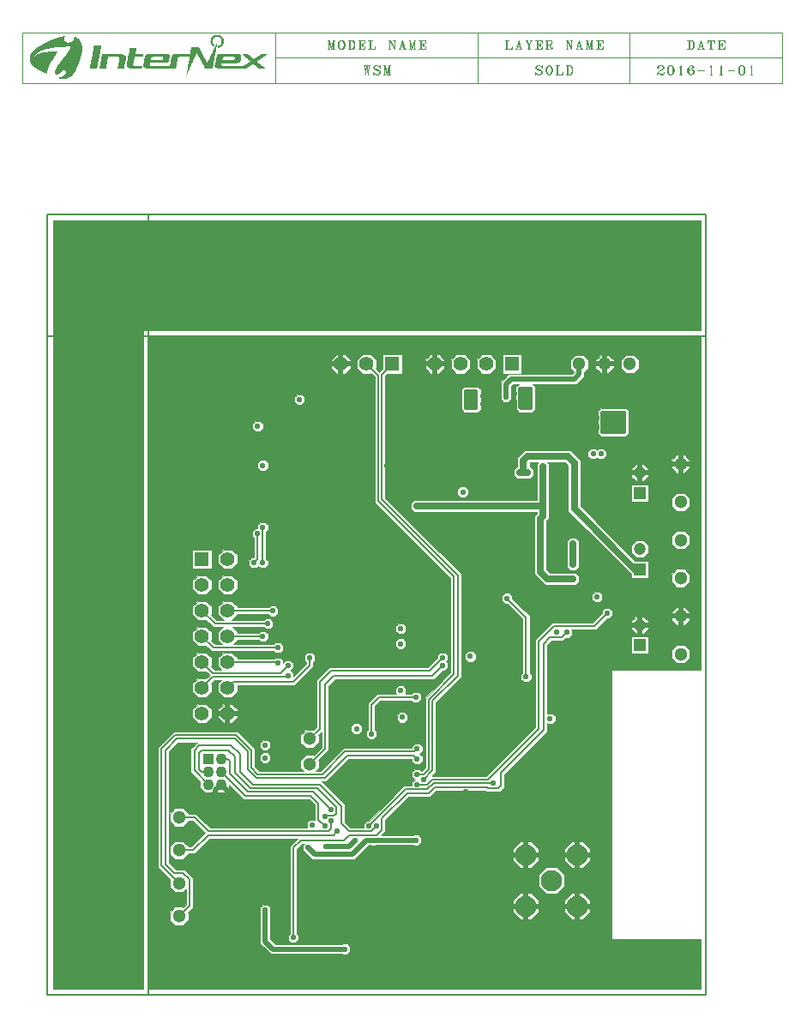
<source format=gbr>
%MOMM*%
%FSLAX33Y33*%
%ADD10C,0.200000*%
%ADD15C,0.100000*%
%ADD18C,1.400000*%
%ADD71R,1.200000X1.200000*%
%ADD20C,1.200000*%
%ADD138C,1.300000*%
%ADD142C,0.500000*%
%ADD146C,0.700000*%
%ADD148C,0.550000*%
%ADD149C,5.000000*%
%ADD150R,1.100000X1.100000*%
%ADD151C,1.100000*%
%ADD152R,1.400000X1.400000*%
%ADD153C,2.100000*%
G90*G71*G01*D02*G54D10*X000000Y000000D02*X065000Y000000D01*X065000Y077000D01*
X000000Y077000D01*X000000Y000000D01*X065000Y065000D02*X010000Y065000D01*
X010000Y000000D01*X010000Y065000D02*X010000Y077000D01*X010000Y065000D02*
X000000Y065000D01*X011625Y024125D02*X011625Y012875D01*X012500Y012000D02*
X011625Y012875D01*X011250Y024250D02*X011250Y012750D01*X013000Y011000D02*
X011250Y012750D01*X014000Y011375D02*X014000Y008750D01*X013000Y007750D02*
X014000Y008750D01*X014500Y022115D02*X014500Y024125D01*X015000Y024625D02*
X014500Y024125D01*X015000Y022270D02*X015000Y023875D01*X015250Y024125D02*
X015000Y023875D01*X018500Y023500D02*X018500Y021875D01*X020000Y020375D02*
X018500Y021875D01*X018000Y023050D02*X018000Y021800D01*X019800Y020000D02*
X018000Y021800D01*X019750Y022250D02*X019750Y024000D01*X018500Y025250D02*
X019750Y024000D01*X020125Y022375D02*X020125Y024125D01*X018625Y025625D02*
X020125Y024125D01*X019000Y023750D02*X019000Y022000D01*X020250Y020750D02*
X019000Y022000D01*X021250Y046125D02*X021250Y042625D01*X020750Y045500D02*
X020750Y043000D01*X020375Y042625D02*X020750Y043000D01*X021250Y035380D02*
X021250Y035375D01*X022750Y032840D02*X022750Y032750D01*X022250Y037920D02*
X022250Y037875D01*X024250Y014500D02*X024250Y005625D01*X025875Y032500D02*
X025875Y033250D01*X026750Y018875D02*X026750Y017250D01*X027375Y016625D02*
X026750Y017250D01*X027375Y017625D02*X027375Y017600D01*X027375Y024250D02*
X027375Y030625D01*X028250Y031500D02*X027375Y030625D01*X026875Y026250D02*
X026875Y030875D01*X028000Y032000D02*X026875Y030875D01*X028000Y017125D02*
X028000Y016375D01*X027750Y016125D02*X028000Y016375D01*X029000Y018625D02*
X029000Y016875D01*X029750Y016125D02*X029000Y016875D01*X028500Y018500D02*
X028500Y017875D01*X028250Y017625D02*X028500Y017875D01*X032000Y025750D02*
X032000Y028625D01*X032750Y029375D02*X032000Y028625D01*X032625Y048750D02*
X032625Y061125D01*X031500Y062250D02*X032625Y061125D01*X033000Y048875D02*
X033000Y061210D01*X034040Y062250D02*X033000Y061210D01*X033000Y017375D02*
X033000Y016250D01*X032500Y015750D02*X033000Y016250D01*X037625Y022250D02*
X037625Y029125D01*X040125Y031625D02*X037625Y029125D01*X038000Y022125D02*
X038000Y029000D01*X040500Y031500D02*X038000Y029000D01*X040125Y031625D02*
X040125Y041250D01*X032625Y048750D02*X040125Y041250D01*X040500Y031500D02*
X040500Y041375D01*X033000Y048875D02*X040500Y041375D01*X044750Y021875D02*
X044750Y020625D01*X044500Y020375D02*X044750Y020625D01*X047250Y037250D02*
X047250Y031365D01*X048500Y034875D02*X048500Y026250D01*X043500Y021250D02*
X048500Y026250D01*X049000Y034625D02*X049000Y026125D01*X044750Y021875D02*
X049000Y026125D01*X012500Y012000D02*X013375Y012000D01*X014000Y011375D02*
X013375Y012000D01*X014375Y014250D02*X013000Y014250D01*X028250Y015750D02*
X015875Y015750D01*X014375Y014250D02*X015875Y015750D01*X027750Y016125D02*
X015875Y016125D01*X014500Y017500D02*X015875Y016125D01*X029750Y016125D02*
X032000Y016125D01*X032500Y016625D02*X032000Y016125D01*X029250Y015250D02*
X025000Y015250D01*X024250Y014500D02*X025000Y015250D01*X032500Y015750D02*
X029750Y015750D01*X029250Y015250D02*X029750Y015750D01*X014500Y017500D02*
X013000Y017500D01*X028250Y017625D02*X027375Y017625D01*X035375Y020250D02*
X037500Y020250D01*X038125Y020875D02*X037500Y020250D01*X020250Y020750D02*
X026875Y020750D01*X029000Y018625D02*X026875Y020750D01*X019530Y019625D02*
X026000Y019625D01*X026750Y018875D02*X026000Y019625D01*X020000Y020375D02*
X026625Y020375D01*X028500Y018500D02*X026625Y020375D01*X019800Y020000D02*
X026250Y020000D01*X028000Y018250D02*X026250Y020000D01*X037625Y019875D02*
X035500Y019875D01*X033000Y017375D02*X035500Y019875D01*X043375Y020500D02*
X038250Y020500D01*X037625Y019875D02*X038250Y020500D01*X044500Y020375D02*
X043500Y020375D01*X043375Y020500D02*X043500Y020375D01*X037500Y020750D02*
X036500Y020750D01*X036500Y021750D02*X037125Y021750D01*X037625Y022250D02*
X037125Y021750D01*X027375Y021375D02*X020625Y021375D01*X019750Y022250D02*
X020625Y021375D01*X027125Y021750D02*X020750Y021750D01*X020125Y022375D02*
X020750Y021750D01*X038125Y020875D02*X044000Y020875D01*X015865Y022020D02*
X015250Y022020D01*X015000Y022270D02*X015250Y022020D01*X043500Y021250D02*
X038000Y021250D01*X037500Y020750D02*X038000Y021250D01*X036125Y023625D02*
X029625Y023625D01*X027375Y021375D02*X029625Y023625D01*X017135Y023290D02*
X017760Y023290D01*X018000Y023050D02*X017760Y023290D01*X018500Y025250D02*
X012750Y025250D01*X011625Y024125D02*X012750Y025250D01*X036250Y024000D02*
X029375Y024000D01*X027125Y021750D02*X029375Y024000D01*X015000Y024625D02*
X018125Y024625D01*X019000Y023750D02*X018125Y024625D01*X015250Y024125D02*
X017875Y024125D01*X018500Y023500D02*X017875Y024125D01*X018625Y025625D02*
X012625Y025625D01*X011250Y024250D02*X012625Y025625D01*X032750Y029375D02*
X036375Y029375D01*X018365Y030875D02*X024250Y030875D01*X025875Y032500D02*
X024250Y030875D01*X016325Y031375D02*X023625Y031375D01*X023750Y031500D02*
X023625Y031375D01*X016340Y031750D02*X023000Y031750D01*X023750Y032500D02*
X023000Y031750D01*X028250Y031500D02*X038000Y031500D01*X039000Y032500D02*
X038000Y031500D01*X028000Y032000D02*X037750Y032000D01*X039000Y033250D02*
X037750Y032000D01*X017790Y032840D02*X022750Y032840D01*X016380Y034250D02*
X022750Y034250D01*X050750Y035250D02*X049625Y035250D01*X049000Y034625D02*
X049625Y035250D01*X017790Y035380D02*X021250Y035380D01*X016545Y036625D02*
X021750Y036625D01*X053975Y036375D02*X050000Y036375D01*X048500Y034875D02*
X050000Y036375D01*X017790Y037920D02*X022250Y037920D01*X028625Y016125D02*
X028250Y015750D01*X031750Y016625D02*X035375Y020250D01*X017135Y022020D02*
X019530Y019625D01*X015865Y020750D02*X014500Y022115D01*X025875Y022750D02*
X027375Y024250D01*X037125Y021250D02*X038000Y022125D01*X036500Y023250D02*
X036125Y023625D01*X036500Y024250D02*X036250Y024000D01*X025875Y025250D02*
X026875Y026250D01*X015250Y035380D02*X016380Y034250D01*X015250Y032840D02*
X016340Y031750D01*X015250Y030300D02*X016325Y031375D01*X017790Y030300D02*
X018365Y030875D01*X051250Y035750D02*X050750Y035250D01*X015250Y037920D02*
X016545Y036625D01*X045375Y039125D02*X047250Y037250D01*X055250Y037650D02*
X053975Y036375D01*D02*G54D15*X000550Y000550D02*X009450Y000550D01*
X009450Y000550D02*X009450Y065550D01*X009450Y065550D02*X064450Y065550D01*
X064450Y065550D02*X064450Y076450D01*X064450Y076450D02*X000550Y076450D01*
X000550Y076450D02*X000550Y000550D01*X010050Y000550D02*X064450Y000550D01*
X064450Y000550D02*X064450Y005450D01*X064450Y005450D02*X055700Y005450D01*
X055700Y005450D02*X055700Y032050D01*X055700Y032050D02*X064450Y032050D01*
X064450Y032050D02*X064450Y064950D01*X064450Y064950D02*X010050Y064950D01*
X010050Y064950D02*X010050Y000550D01*X016200Y042050D02*X016200Y043950D01*
X016200Y043950D02*X014300Y043950D01*X014300Y043950D02*X014300Y042050D01*
X014300Y042050D02*X016200Y042050D01*X014857Y039510D02*X015644Y039510D01*
X015644Y039510D02*X016200Y040067D01*X016200Y040067D02*X016200Y040854D01*
X016200Y040854D02*X015644Y041410D01*X015644Y041410D02*X014857Y041410D01*
X014857Y041410D02*X014300Y040854D01*X014300Y040854D02*X014300Y040067D01*
X014300Y040067D02*X014857Y039510D01*X017397Y042050D02*X018184Y042050D01*
X018184Y042050D02*X018740Y042607D01*X018740Y042607D02*X018740Y043394D01*
X018740Y043394D02*X018184Y043950D01*X018184Y043950D02*X017397Y043950D01*
X017397Y043950D02*X016840Y043394D01*X016840Y043394D02*X016840Y042607D01*
X016840Y042607D02*X017397Y042050D01*X017397Y039510D02*X018184Y039510D01*
X018184Y039510D02*X018740Y040067D01*X018740Y040067D02*X018740Y040854D01*
X018740Y040854D02*X018184Y041410D01*X018184Y041410D02*X017397Y041410D01*
X017397Y041410D02*X016840Y040854D01*X016840Y040854D02*X016840Y040067D01*
X016840Y040067D02*X017397Y039510D01*X014857Y034430D02*X015644Y034430D01*
X015644Y034430D02*X015674Y034461D01*X015674Y034461D02*X016235Y033900D01*
X016235Y033900D02*X022358Y033900D01*X022358Y033900D02*X022533Y033725D01*
X022533Y033725D02*X022968Y033725D01*X022968Y033725D02*X023275Y034033D01*
X023275Y034033D02*X023275Y034468D01*X023275Y034468D02*X022968Y034775D01*
X022968Y034775D02*X022533Y034775D01*X022533Y034775D02*X022358Y034600D01*
X022358Y034600D02*X018354Y034600D01*X018354Y034600D02*X018740Y034987D01*
X018740Y034987D02*X018740Y035030D01*X018740Y035030D02*X020853Y035030D01*
X020853Y035030D02*X021033Y034850D01*X021033Y034850D02*X021468Y034850D01*
X021468Y034850D02*X021775Y035158D01*X021775Y035158D02*X021775Y035593D01*
X021775Y035593D02*X021468Y035900D01*X021468Y035900D02*X021033Y035900D01*
X021033Y035900D02*X020863Y035730D01*X020863Y035730D02*X018740Y035730D01*
X018740Y035730D02*X018740Y035774D01*X018740Y035774D02*X018239Y036275D01*
X018239Y036275D02*X021358Y036275D01*X021358Y036275D02*X021533Y036100D01*
X021533Y036100D02*X021968Y036100D01*X021968Y036100D02*X022275Y036408D01*
X022275Y036408D02*X022275Y036843D01*X022275Y036843D02*X021968Y037150D01*
X021968Y037150D02*X021533Y037150D01*X021533Y037150D02*X021358Y036975D01*
X021358Y036975D02*X018189Y036975D01*X018189Y036975D02*X018740Y037527D01*
X018740Y037527D02*X018740Y037570D01*X018740Y037570D02*X021813Y037570D01*
X021813Y037570D02*X022033Y037350D01*X022033Y037350D02*X022468Y037350D01*
X022468Y037350D02*X022775Y037658D01*X022775Y037658D02*X022775Y038093D01*
X022775Y038093D02*X022468Y038400D01*X022468Y038400D02*X022033Y038400D01*
X022033Y038400D02*X021903Y038270D01*X021903Y038270D02*X018740Y038270D01*
X018740Y038270D02*X018740Y038314D01*X018740Y038314D02*X018184Y038870D01*
X018184Y038870D02*X017397Y038870D01*X017397Y038870D02*X016840Y038314D01*
X016840Y038314D02*X016840Y037527D01*X016840Y037527D02*X017391Y036975D01*
X017391Y036975D02*X016690Y036975D01*X016690Y036975D02*X016169Y037496D01*
X016169Y037496D02*X016200Y037527D01*X016200Y037527D02*X016200Y038314D01*
X016200Y038314D02*X015644Y038870D01*X015644Y038870D02*X014857Y038870D01*
X014857Y038870D02*X014300Y038314D01*X014300Y038314D02*X014300Y037527D01*
X014300Y037527D02*X014857Y036970D01*X014857Y036970D02*X015644Y036970D01*
X015644Y036970D02*X015674Y037001D01*X015674Y037001D02*X016400Y036275D01*
X016400Y036275D02*X017341Y036275D01*X017341Y036275D02*X016840Y035774D01*
X016840Y035774D02*X016840Y034987D01*X016840Y034987D02*X017226Y034600D01*
X017226Y034600D02*X016525Y034600D01*X016525Y034600D02*X016169Y034956D01*
X016169Y034956D02*X016200Y034987D01*X016200Y034987D02*X016200Y035774D01*
X016200Y035774D02*X015644Y036330D01*X015644Y036330D02*X014857Y036330D01*
X014857Y036330D02*X014300Y035774D01*X014300Y035774D02*X014300Y034987D01*
X014300Y034987D02*X014857Y034430D01*X014857Y029350D02*X015644Y029350D01*
X015644Y029350D02*X016200Y029907D01*X016200Y029907D02*X016200Y030694D01*
X016200Y030694D02*X016169Y030724D01*X016169Y030724D02*X016470Y031025D01*
X016470Y031025D02*X017171Y031025D01*X017171Y031025D02*X016840Y030694D01*
X016840Y030694D02*X016840Y029907D01*X016840Y029907D02*X017397Y029350D01*
X017397Y029350D02*X018184Y029350D01*X018184Y029350D02*X018740Y029907D01*
X018740Y029907D02*X018740Y030525D01*X018740Y030525D02*X024395Y030525D01*
X024395Y030525D02*X026225Y032355D01*X026225Y032355D02*X026225Y032858D01*
X026225Y032858D02*X026400Y033033D01*X026400Y033033D02*X026400Y033468D01*
X026400Y033468D02*X026093Y033775D01*X026093Y033775D02*X025658Y033775D01*
X025658Y033775D02*X025350Y033468D01*X025350Y033468D02*X025350Y033033D01*
X025350Y033033D02*X025525Y032858D01*X025525Y032858D02*X025525Y032645D01*
X025525Y032645D02*X024275Y031395D01*X024275Y031395D02*X024275Y031718D01*
X024275Y031718D02*X023993Y032000D01*X023993Y032000D02*X024275Y032283D01*
X024275Y032283D02*X024275Y032718D01*X024275Y032718D02*X023968Y033025D01*
X023968Y033025D02*X023533Y033025D01*X023533Y033025D02*X023275Y032768D01*
X023275Y032768D02*X023275Y032968D01*X023275Y032968D02*X022968Y033275D01*
X022968Y033275D02*X022533Y033275D01*X022533Y033275D02*X022448Y033190D01*
X022448Y033190D02*X018740Y033190D01*X018740Y033190D02*X018740Y033234D01*
X018740Y033234D02*X018184Y033790D01*X018184Y033790D02*X017397Y033790D01*
X017397Y033790D02*X016840Y033234D01*X016840Y033234D02*X016840Y032447D01*
X016840Y032447D02*X017186Y032100D01*X017186Y032100D02*X016485Y032100D01*
X016485Y032100D02*X016169Y032416D01*X016169Y032416D02*X016200Y032447D01*
X016200Y032447D02*X016200Y033234D01*X016200Y033234D02*X015644Y033790D01*
X015644Y033790D02*X014857Y033790D01*X014857Y033790D02*X014300Y033234D01*
X014300Y033234D02*X014300Y032447D01*X014300Y032447D02*X014857Y031890D01*
X014857Y031890D02*X015644Y031890D01*X015644Y031890D02*X015674Y031921D01*
X015674Y031921D02*X016025Y031570D01*X016025Y031570D02*X015674Y031219D01*
X015674Y031219D02*X015644Y031250D01*X015644Y031250D02*X014857Y031250D01*
X014857Y031250D02*X014300Y030694D01*X014300Y030694D02*X014300Y029907D01*
X014300Y029907D02*X014857Y029350D01*X014857Y026810D02*X015644Y026810D01*
X015644Y026810D02*X016200Y027367D01*X016200Y027367D02*X016200Y028154D01*
X016200Y028154D02*X015644Y028710D01*X015644Y028710D02*X014857Y028710D01*
X014857Y028710D02*X014300Y028154D01*X014300Y028154D02*X014300Y027367D01*
X014300Y027367D02*X014857Y026810D01*X017397Y026810D02*X018184Y026810D01*
X018184Y026810D02*X018740Y027367D01*X018740Y027367D02*X018740Y028154D01*
X018740Y028154D02*X018184Y028710D01*X018184Y028710D02*X017397Y028710D01*
X017397Y028710D02*X016840Y028154D01*X016840Y028154D02*X016840Y027367D01*
X016840Y027367D02*X017397Y026810D01*X021283Y024100D02*X021718Y024100D01*
X021718Y024100D02*X022025Y024408D01*X022025Y024408D02*X022025Y024843D01*
X022025Y024843D02*X021718Y025150D01*X021718Y025150D02*X021283Y025150D01*
X021283Y025150D02*X020975Y024843D01*X020975Y024843D02*X020975Y024408D01*
X020975Y024408D02*X021283Y024100D01*X021283Y022850D02*X021718Y022850D01*
X021718Y022850D02*X022025Y023158D01*X022025Y023158D02*X022025Y023593D01*
X022025Y023593D02*X021718Y023900D01*X021718Y023900D02*X021283Y023900D01*
X021283Y023900D02*X020975Y023593D01*X020975Y023593D02*X020975Y023158D01*
X020975Y023158D02*X021283Y022850D01*X020533Y055600D02*X020968Y055600D01*
X020968Y055600D02*X021275Y055908D01*X021275Y055908D02*X021275Y056343D01*
X021275Y056343D02*X020968Y056650D01*X020968Y056650D02*X020533Y056650D01*
X020533Y056650D02*X020225Y056343D01*X020225Y056343D02*X020225Y055908D01*
X020225Y055908D02*X020533Y055600D01*X021033Y051725D02*X021468Y051725D01*
X021468Y051725D02*X021775Y052033D01*X021775Y052033D02*X021775Y052468D01*
X021775Y052468D02*X021468Y052775D01*X021468Y052775D02*X021033Y052775D01*
X021033Y052775D02*X020725Y052468D01*X020725Y052468D02*X020725Y052033D01*
X020725Y052033D02*X021033Y051725D01*X020158Y042100D02*X020593Y042100D01*
X020593Y042100D02*X020813Y042320D01*X020813Y042320D02*X021033Y042100D01*
X021033Y042100D02*X021468Y042100D01*X021468Y042100D02*X021775Y042408D01*
X021775Y042408D02*X021775Y042843D01*X021775Y042843D02*X021600Y043018D01*
X021600Y043018D02*X021600Y045733D01*X021600Y045733D02*X021775Y045908D01*
X021775Y045908D02*X021775Y046343D01*X021775Y046343D02*X021468Y046650D01*
X021468Y046650D02*X021033Y046650D01*X021033Y046650D02*X020725Y046343D01*
X020725Y046343D02*X020725Y046025D01*X020725Y046025D02*X020533Y046025D01*
X020533Y046025D02*X020225Y045718D01*X020225Y045718D02*X020225Y045283D01*
X020225Y045283D02*X020400Y045108D01*X020400Y045108D02*X020400Y043150D01*
X020400Y043150D02*X020158Y043150D01*X020158Y043150D02*X019850Y042843D01*
X019850Y042843D02*X019850Y042408D01*X019850Y042408D02*X020158Y042100D01*
X024658Y058225D02*X025093Y058225D01*X025093Y058225D02*X025400Y058533D01*
X025400Y058533D02*X025400Y058968D01*X025400Y058968D02*X025093Y059275D01*
X025093Y059275D02*X024658Y059275D01*X024658Y059275D02*X024350Y058968D01*
X024350Y058968D02*X024350Y058533D01*X024350Y058533D02*X024658Y058225D01*
X028567Y061300D02*X029354Y061300D01*X029354Y061300D02*X029910Y061857D01*
X029910Y061857D02*X029910Y062644D01*X029910Y062644D02*X029354Y063200D01*
X029354Y063200D02*X028567Y063200D01*X028567Y063200D02*X028010Y062644D01*
X028010Y062644D02*X028010Y061857D01*X028010Y061857D02*X028567Y061300D01*
X012116Y011389D02*X012100Y011373D01*X012100Y011373D02*X012100Y010627D01*
X012100Y010627D02*X012627Y010100D01*X012627Y010100D02*X013373Y010100D01*
X013373Y010100D02*X013650Y010377D01*X013650Y010377D02*X013650Y008895D01*
X013650Y008895D02*X013389Y008634D01*X013389Y008634D02*X013373Y008650D01*
X013373Y008650D02*X012627Y008650D01*X012627Y008650D02*X012100Y008123D01*
X012100Y008123D02*X012100Y007377D01*X012100Y007377D02*X012627Y006850D01*
X012627Y006850D02*X013373Y006850D01*X013373Y006850D02*X013900Y007377D01*
X013900Y007377D02*X013900Y008123D01*X013900Y008123D02*X013884Y008139D01*
X013884Y008139D02*X014350Y008605D01*X014350Y008605D02*X014350Y011520D01*
X014350Y011520D02*X013520Y012350D01*X013520Y012350D02*X012645Y012350D01*
X012645Y012350D02*X011975Y013020D01*X011975Y013020D02*X011975Y023980D01*
X011975Y023980D02*X012895Y024900D01*X012895Y024900D02*X014780Y024900D01*
X014780Y024900D02*X014150Y024270D01*X014150Y024270D02*X014150Y021970D01*
X014150Y021970D02*X015065Y021055D01*X015065Y021055D02*X015065Y020419D01*
X015065Y020419D02*X015534Y019950D01*X015534Y019950D02*X016196Y019950D01*
X016196Y019950D02*X016500Y020254D01*X016500Y020254D02*X016804Y019950D01*
X016804Y019950D02*X017466Y019950D01*X017466Y019950D02*X017935Y020419D01*
X017935Y020419D02*X017935Y020725D01*X017935Y020725D02*X019385Y019275D01*
X019385Y019275D02*X025855Y019275D01*X025855Y019275D02*X026400Y018730D01*
X026400Y018730D02*X026400Y017218D01*X026400Y017218D02*X026343Y017275D01*
X026343Y017275D02*X025908Y017275D01*X025908Y017275D02*X025600Y016968D01*
X025600Y016968D02*X025600Y016533D01*X025600Y016533D02*X025657Y016475D01*
X025657Y016475D02*X016020Y016475D01*X016020Y016475D02*X014645Y017850D01*
X014645Y017850D02*X013900Y017850D01*X013900Y017850D02*X013900Y017873D01*
X013900Y017873D02*X013373Y018400D01*X013373Y018400D02*X012627Y018400D01*
X012627Y018400D02*X012100Y017873D01*X012100Y017873D02*X012100Y017127D01*
X012100Y017127D02*X012627Y016600D01*X012627Y016600D02*X013373Y016600D01*
X013373Y016600D02*X013900Y017127D01*X013900Y017127D02*X013900Y017150D01*
X013900Y017150D02*X014355Y017150D01*X014355Y017150D02*X015567Y015938D01*
X015567Y015938D02*X014230Y014600D01*X014230Y014600D02*X013900Y014600D01*
X013900Y014600D02*X013900Y014623D01*X013900Y014623D02*X013373Y015150D01*
X013373Y015150D02*X012627Y015150D01*X012627Y015150D02*X012100Y014623D01*
X012100Y014623D02*X012100Y013877D01*X012100Y013877D02*X012627Y013350D01*
X012627Y013350D02*X013373Y013350D01*X013373Y013350D02*X013900Y013877D01*
X013900Y013877D02*X013900Y013900D01*X013900Y013900D02*X014520Y013900D01*
X014520Y013900D02*X016020Y015400D01*X016020Y015400D02*X024655Y015400D01*
X024655Y015400D02*X023900Y014645D01*X023900Y014645D02*X023900Y006018D01*
X023900Y006018D02*X023725Y005843D01*X023725Y005843D02*X023725Y005408D01*
X023725Y005408D02*X024033Y005100D01*X024033Y005100D02*X024468Y005100D01*
X024468Y005100D02*X024775Y005408D01*X024775Y005408D02*X024775Y005843D01*
X024775Y005843D02*X024600Y006018D01*X024600Y006018D02*X024600Y014355D01*
X024600Y014355D02*X025145Y014900D01*X025145Y014900D02*X025407Y014900D01*
X025407Y014900D02*X025225Y014718D01*X025225Y014718D02*X025225Y014283D01*
X025225Y014283D02*X025533Y013975D01*X025533Y013975D02*X025568Y013975D01*
X025568Y013975D02*X026168Y013375D01*X026168Y013375D02*X030332Y013375D01*
X030332Y013375D02*X031707Y014750D01*X031707Y014750D02*X031883Y014750D01*
X031883Y014750D02*X031908Y014725D01*X031908Y014725D02*X032343Y014725D01*
X032343Y014725D02*X032368Y014750D01*X032368Y014750D02*X036133Y014750D01*
X036133Y014750D02*X036158Y014725D01*X036158Y014725D02*X036593Y014725D01*
X036593Y014725D02*X036900Y015033D01*X036900Y015033D02*X036900Y015468D01*
X036900Y015468D02*X036593Y015775D01*X036593Y015775D02*X036158Y015775D01*
X036158Y015775D02*X036133Y015750D01*X036133Y015750D02*X032995Y015750D01*
X032995Y015750D02*X033350Y016105D01*X033350Y016105D02*X033350Y017230D01*
X033350Y017230D02*X035645Y019525D01*X035645Y019525D02*X037770Y019525D01*
X037770Y019525D02*X038395Y020150D01*X038395Y020150D02*X043230Y020150D01*
X043230Y020150D02*X043355Y020025D01*X043355Y020025D02*X044645Y020025D01*
X044645Y020025D02*X045100Y020480D01*X045100Y020480D02*X045100Y021730D01*
X045100Y021730D02*X049350Y025980D01*X049350Y025980D02*X049350Y026782D01*
X049350Y026782D02*X049408Y026725D01*X049408Y026725D02*X049843Y026725D01*
X049843Y026725D02*X050150Y027033D01*X050150Y027033D02*X050150Y027468D01*
X050150Y027468D02*X049843Y027775D01*X049843Y027775D02*X049408Y027775D01*
X049408Y027775D02*X049350Y027718D01*X049350Y027718D02*X049350Y034480D01*
X049350Y034480D02*X049770Y034900D01*X049770Y034900D02*X050895Y034900D01*
X050895Y034900D02*X051220Y035225D01*X051220Y035225D02*X051468Y035225D01*
X051468Y035225D02*X051775Y035533D01*X051775Y035533D02*X051775Y035968D01*
X051775Y035968D02*X051718Y036025D01*X051718Y036025D02*X054120Y036025D01*
X054120Y036025D02*X055220Y037125D01*X055220Y037125D02*X055468Y037125D01*
X055468Y037125D02*X055775Y037433D01*X055775Y037433D02*X055775Y037868D01*
X055775Y037868D02*X055468Y038175D01*X055468Y038175D02*X055033Y038175D01*
X055033Y038175D02*X054725Y037868D01*X054725Y037868D02*X054725Y037620D01*
X054725Y037620D02*X053830Y036725D01*X053830Y036725D02*X049855Y036725D01*
X049855Y036725D02*X048150Y035020D01*X048150Y035020D02*X048150Y026395D01*
X048150Y026395D02*X043355Y021600D01*X043355Y021600D02*X037970Y021600D01*
X037970Y021600D02*X038350Y021980D01*X038350Y021980D02*X038350Y028855D01*
X038350Y028855D02*X040850Y031355D01*X040850Y031355D02*X040850Y041520D01*
X040850Y041520D02*X033350Y049020D01*X033350Y049020D02*X033350Y061065D01*
X033350Y061065D02*X033585Y061300D01*X033585Y061300D02*X034990Y061300D01*
X034990Y061300D02*X034990Y063200D01*X034990Y063200D02*X033090Y063200D01*
X033090Y063200D02*X033090Y061795D01*X033090Y061795D02*X032770Y061475D01*
X032770Y061475D02*X032419Y061826D01*X032419Y061826D02*X032450Y061857D01*
X032450Y061857D02*X032450Y062644D01*X032450Y062644D02*X031894Y063200D01*
X031894Y063200D02*X031107Y063200D01*X031107Y063200D02*X030550Y062644D01*
X030550Y062644D02*X030550Y061857D01*X030550Y061857D02*X031107Y061300D01*
X031107Y061300D02*X031894Y061300D01*X031894Y061300D02*X031924Y061331D01*
X031924Y061331D02*X032275Y060980D01*X032275Y060980D02*X032275Y048605D01*
X032275Y048605D02*X039775Y041105D01*X039775Y041105D02*X039775Y031770D01*
X039775Y031770D02*X037275Y029270D01*X037275Y029270D02*X037275Y022395D01*
X037275Y022395D02*X036980Y022100D01*X036980Y022100D02*X036893Y022100D01*
X036893Y022100D02*X036718Y022275D01*X036718Y022275D02*X036283Y022275D01*
X036283Y022275D02*X035975Y021968D01*X035975Y021968D02*X035975Y021533D01*
X035975Y021533D02*X036257Y021250D01*X036257Y021250D02*X035975Y020968D01*
X035975Y020968D02*X035975Y020600D01*X035975Y020600D02*X035230Y020600D01*
X035230Y020600D02*X031780Y017150D01*X031780Y017150D02*X031533Y017150D01*
X031533Y017150D02*X031225Y016843D01*X031225Y016843D02*X031225Y016475D01*
X031225Y016475D02*X029895Y016475D01*X029895Y016475D02*X029350Y017020D01*
X029350Y017020D02*X029350Y018770D01*X029350Y018770D02*X027095Y021025D01*
X027095Y021025D02*X027520Y021025D01*X027520Y021025D02*X029770Y023275D01*
X029770Y023275D02*X035975Y023275D01*X035975Y023275D02*X035975Y023033D01*
X035975Y023033D02*X036283Y022725D01*X036283Y022725D02*X036718Y022725D01*
X036718Y022725D02*X037025Y023033D01*X037025Y023033D02*X037025Y023468D01*
X037025Y023468D02*X036743Y023750D01*X036743Y023750D02*X037025Y024033D01*
X037025Y024033D02*X037025Y024468D01*X037025Y024468D02*X036718Y024775D01*
X036718Y024775D02*X036283Y024775D01*X036283Y024775D02*X035975Y024468D01*
X035975Y024468D02*X035975Y024350D01*X035975Y024350D02*X029230Y024350D01*
X029230Y024350D02*X026980Y022100D01*X026980Y022100D02*X026498Y022100D01*
X026498Y022100D02*X026775Y022377D01*X026775Y022377D02*X026775Y023123D01*
X026775Y023123D02*X026759Y023139D01*X026759Y023139D02*X027725Y024105D01*
X027725Y024105D02*X027725Y030480D01*X027725Y030480D02*X028395Y031150D01*
X028395Y031150D02*X038145Y031150D01*X038145Y031150D02*X038970Y031975D01*
X038970Y031975D02*X039218Y031975D01*X039218Y031975D02*X039525Y032283D01*
X039525Y032283D02*X039525Y032718D01*X039525Y032718D02*X039368Y032875D01*
X039368Y032875D02*X039525Y033033D01*X039525Y033033D02*X039525Y033468D01*
X039525Y033468D02*X039218Y033775D01*X039218Y033775D02*X038783Y033775D01*
X038783Y033775D02*X038475Y033468D01*X038475Y033468D02*X038475Y033220D01*
X038475Y033220D02*X037605Y032350D01*X037605Y032350D02*X027855Y032350D01*
X027855Y032350D02*X026525Y031020D01*X026525Y031020D02*X026525Y026395D01*
X026525Y026395D02*X026264Y026134D01*X026264Y026134D02*X026248Y026150D01*
X026248Y026150D02*X025502Y026150D01*X025502Y026150D02*X024975Y025623D01*
X024975Y025623D02*X024975Y024877D01*X024975Y024877D02*X025502Y024350D01*
X025502Y024350D02*X026248Y024350D01*X026248Y024350D02*X026775Y024877D01*
X026775Y024877D02*X026775Y025623D01*X026775Y025623D02*X026759Y025639D01*
X026759Y025639D02*X027025Y025905D01*X027025Y025905D02*X027025Y024395D01*
X027025Y024395D02*X026264Y023634D01*X026264Y023634D02*X026248Y023650D01*
X026248Y023650D02*X025502Y023650D01*X025502Y023650D02*X024975Y023123D01*
X024975Y023123D02*X024975Y022377D01*X024975Y022377D02*X025252Y022100D01*
X025252Y022100D02*X020895Y022100D01*X020895Y022100D02*X020475Y022520D01*
X020475Y022520D02*X020475Y024270D01*X020475Y024270D02*X018770Y025975D01*
X018770Y025975D02*X012480Y025975D01*X012480Y025975D02*X010900Y024395D01*
X010900Y024395D02*X010900Y012605D01*X010900Y012605D02*X012116Y011389D01*
X034658Y035600D02*X035093Y035600D01*X035093Y035600D02*X035400Y035908D01*
X035400Y035908D02*X035400Y036343D01*X035400Y036343D02*X035093Y036650D01*
X035093Y036650D02*X034658Y036650D01*X034658Y036650D02*X034350Y036343D01*
X034350Y036343D02*X034350Y035908D01*X034350Y035908D02*X034658Y035600D01*
X034658Y034100D02*X035093Y034100D01*X035093Y034100D02*X035400Y034408D01*
X035400Y034408D02*X035400Y034843D01*X035400Y034843D02*X035093Y035150D01*
X035093Y035150D02*X034658Y035150D01*X034658Y035150D02*X034350Y034843D01*
X034350Y034843D02*X034350Y034408D01*X034350Y034408D02*X034658Y034100D01*
X030283Y025725D02*X030718Y025725D01*X030718Y025725D02*X031025Y026033D01*
X031025Y026033D02*X031025Y026468D01*X031025Y026468D02*X030718Y026775D01*
X030718Y026775D02*X030283Y026775D01*X030283Y026775D02*X029975Y026468D01*
X029975Y026468D02*X029975Y026033D01*X029975Y026033D02*X030283Y025725D01*
X031783Y025225D02*X032218Y025225D01*X032218Y025225D02*X032525Y025533D01*
X032525Y025533D02*X032525Y025968D01*X032525Y025968D02*X032350Y026143D01*
X032350Y026143D02*X032350Y028480D01*X032350Y028480D02*X032895Y029025D01*
X032895Y029025D02*X035983Y029025D01*X035983Y029025D02*X036158Y028850D01*
X036158Y028850D02*X036593Y028850D01*X036593Y028850D02*X036900Y029158D01*
X036900Y029158D02*X036900Y029593D01*X036900Y029593D02*X036593Y029900D01*
X036593Y029900D02*X036158Y029900D01*X036158Y029900D02*X035983Y029725D01*
X035983Y029725D02*X035343Y029725D01*X035343Y029725D02*X035400Y029783D01*
X035400Y029783D02*X035400Y030218D01*X035400Y030218D02*X035093Y030525D01*
X035093Y030525D02*X034658Y030525D01*X034658Y030525D02*X034350Y030218D01*
X034350Y030218D02*X034350Y029783D01*X034350Y029783D02*X034407Y029725D01*
X034407Y029725D02*X032605Y029725D01*X032605Y029725D02*X031650Y028770D01*
X031650Y028770D02*X031650Y026143D01*X031650Y026143D02*X031475Y025968D01*
X031475Y025968D02*X031475Y025533D01*X031475Y025533D02*X031783Y025225D01*
X034783Y026850D02*X035218Y026850D01*X035218Y026850D02*X035525Y027158D01*
X035525Y027158D02*X035525Y027593D01*X035525Y027593D02*X035218Y027900D01*
X035218Y027900D02*X034783Y027900D01*X034783Y027900D02*X034475Y027593D01*
X034475Y027593D02*X034475Y027158D01*X034475Y027158D02*X034783Y026850D01*
X021000Y008133D02*X021000Y005043D01*X021000Y005043D02*X022043Y004000D01*
X022043Y004000D02*X029133Y004000D01*X029133Y004000D02*X029158Y003975D01*
X029158Y003975D02*X029593Y003975D01*X029593Y003975D02*X029900Y004283D01*
X029900Y004283D02*X029900Y004718D01*X029900Y004718D02*X029593Y005025D01*
X029593Y005025D02*X029158Y005025D01*X029158Y005025D02*X029133Y005000D01*
X029133Y005000D02*X022457Y005000D01*X022457Y005000D02*X022000Y005457D01*
X022000Y005457D02*X022000Y008133D01*X022000Y008133D02*X022025Y008158D01*
X022025Y008158D02*X022025Y008593D01*X022025Y008593D02*X021718Y008900D01*
X021718Y008900D02*X021283Y008900D01*X021283Y008900D02*X020975Y008593D01*
X020975Y008593D02*X020975Y008158D01*X020975Y008158D02*X021000Y008133D01*
X046672Y012490D02*X047749Y012490D01*X047749Y012490D02*X048510Y013252D01*
X048510Y013252D02*X048510Y014329D01*X048510Y014329D02*X047749Y015090D01*
X047749Y015090D02*X046672Y015090D01*X046672Y015090D02*X045910Y014329D01*
X045910Y014329D02*X045910Y013252D01*X045910Y013252D02*X046672Y012490D01*
X046672Y007410D02*X047749Y007410D01*X047749Y007410D02*X048510Y008172D01*
X048510Y008172D02*X048510Y009249D01*X048510Y009249D02*X047749Y010010D01*
X047749Y010010D02*X046672Y010010D01*X046672Y010010D02*X045910Y009249D01*
X045910Y009249D02*X045910Y008172D01*X045910Y008172D02*X046672Y007410D01*
X049212Y009950D02*X050289Y009950D01*X050289Y009950D02*X051050Y010712D01*
X051050Y010712D02*X051050Y011789D01*X051050Y011789D02*X050289Y012550D01*
X050289Y012550D02*X049212Y012550D01*X049212Y012550D02*X048450Y011789D01*
X048450Y011789D02*X048450Y010712D01*X048450Y010712D02*X049212Y009950D01*
X051752Y012490D02*X052829Y012490D01*X052829Y012490D02*X053590Y013252D01*
X053590Y013252D02*X053590Y014329D01*X053590Y014329D02*X052829Y015090D01*
X052829Y015090D02*X051752Y015090D01*X051752Y015090D02*X050990Y014329D01*
X050990Y014329D02*X050990Y013252D01*X050990Y013252D02*X051752Y012490D01*
X051752Y007410D02*X052829Y007410D01*X052829Y007410D02*X053590Y008172D01*
X053590Y008172D02*X053590Y009249D01*X053590Y009249D02*X052829Y010010D01*
X052829Y010010D02*X051752Y010010D01*X051752Y010010D02*X050990Y009249D01*
X050990Y009249D02*X050990Y008172D01*X050990Y008172D02*X051752Y007410D01*
X037857Y061300D02*X038644Y061300D01*X038644Y061300D02*X039200Y061857D01*
X039200Y061857D02*X039200Y062644D01*X039200Y062644D02*X038644Y063200D01*
X038644Y063200D02*X037857Y063200D01*X037857Y063200D02*X037300Y062644D01*
X037300Y062644D02*X037300Y061857D01*X037300Y061857D02*X037857Y061300D01*
X040397Y061300D02*X041184Y061300D01*X041184Y061300D02*X041740Y061857D01*
X041740Y061857D02*X041740Y062644D01*X041740Y062644D02*X041184Y063200D01*
X041184Y063200D02*X040397Y063200D01*X040397Y063200D02*X039840Y062644D01*
X039840Y062644D02*X039840Y061857D01*X039840Y061857D02*X040397Y061300D01*
X042937Y061300D02*X043724Y061300D01*X043724Y061300D02*X044280Y061857D01*
X044280Y061857D02*X044280Y062644D01*X044280Y062644D02*X043724Y063200D01*
X043724Y063200D02*X042937Y063200D01*X042937Y063200D02*X042380Y062644D01*
X042380Y062644D02*X042380Y061857D01*X042380Y061857D02*X042937Y061300D01*
X041158Y057475D02*X041593Y057475D01*X041593Y057475D02*X041618Y057500D01*
X041618Y057500D02*X042008Y057500D01*X042008Y057500D02*X042033Y057475D01*
X042033Y057475D02*X042468Y057475D01*X042468Y057475D02*X042775Y057783D01*
X042775Y057783D02*X042775Y058218D01*X042775Y058218D02*X042750Y058243D01*
X042750Y058243D02*X042750Y058508D01*X042750Y058508D02*X042775Y058533D01*
X042775Y058533D02*X042775Y058968D01*X042775Y058968D02*X042750Y058993D01*
X042750Y058993D02*X042750Y059258D01*X042750Y059258D02*X042775Y059283D01*
X042775Y059283D02*X042775Y059718D01*X042775Y059718D02*X042468Y060025D01*
X042468Y060025D02*X042033Y060025D01*X042033Y060025D02*X042008Y060000D01*
X042008Y060000D02*X041618Y060000D01*X041618Y060000D02*X041593Y060025D01*
X041593Y060025D02*X041158Y060025D01*X041158Y060025D02*X040850Y059718D01*
X040850Y059718D02*X040850Y059283D01*X040850Y059283D02*X040875Y059258D01*
X040875Y059258D02*X040875Y058993D01*X040875Y058993D02*X040850Y058968D01*
X040850Y058968D02*X040850Y058533D01*X040850Y058533D02*X040875Y058508D01*
X040875Y058508D02*X040875Y058243D01*X040875Y058243D02*X040850Y058218D01*
X040850Y058218D02*X040850Y057783D01*X040850Y057783D02*X041158Y057475D01*
X040783Y049100D02*X041218Y049100D01*X041218Y049100D02*X041525Y049408D01*
X041525Y049408D02*X041525Y049843D01*X041525Y049843D02*X041218Y050150D01*
X041218Y050150D02*X040783Y050150D01*X040783Y050150D02*X040475Y049843D01*
X040475Y049843D02*X040475Y049408D01*X040475Y049408D02*X040783Y049100D01*
X046820Y061300D02*X046820Y063200D01*X046820Y063200D02*X044920Y063200D01*
X044920Y063200D02*X044920Y061300D01*X044920Y061300D02*X046820Y061300D01*
X045033Y058475D02*X045468Y058475D01*X045468Y058475D02*X045775Y058783D01*
X045775Y058783D02*X045775Y059218D01*X045775Y059218D02*X045750Y059243D01*
X045750Y059243D02*X045750Y059508D01*X045750Y059508D02*X045775Y059533D01*
X045775Y059533D02*X045775Y059968D01*X045775Y059968D02*X045750Y059993D01*
X045750Y059993D02*X045750Y060043D01*X045750Y060043D02*X045957Y060250D01*
X045957Y060250D02*X046507Y060250D01*X046507Y060250D02*X046225Y059968D01*
X046225Y059968D02*X046225Y059533D01*X046225Y059533D02*X046250Y059508D01*
X046250Y059508D02*X046250Y059243D01*X046250Y059243D02*X046225Y059218D01*
X046225Y059218D02*X046225Y058783D01*X046225Y058783D02*X046250Y058758D01*
X046250Y058758D02*X046250Y057793D01*X046250Y057793D02*X046543Y057500D01*
X046543Y057500D02*X047383Y057500D01*X047383Y057500D02*X047408Y057475D01*
X047408Y057475D02*X047843Y057475D01*X047843Y057475D02*X048150Y057783D01*
X048150Y057783D02*X048150Y058218D01*X048150Y058218D02*X048125Y058243D01*
X048125Y058243D02*X048125Y058758D01*X048125Y058758D02*X048150Y058783D01*
X048150Y058783D02*X048150Y059218D01*X048150Y059218D02*X048125Y059243D01*
X048125Y059243D02*X048125Y059508D01*X048125Y059508D02*X048150Y059533D01*
X048150Y059533D02*X048150Y059968D01*X048150Y059968D02*X047868Y060250D01*
X047868Y060250D02*X052207Y060250D01*X052207Y060250D02*X053000Y061043D01*
X053000Y061043D02*X053000Y061477D01*X053000Y061477D02*X053400Y061877D01*
X053400Y061877D02*X053400Y062623D01*X053400Y062623D02*X052873Y063150D01*
X052873Y063150D02*X052127Y063150D01*X052127Y063150D02*X051600Y062623D01*
X051600Y062623D02*X051600Y061877D01*X051600Y061877D02*X052000Y061477D01*
X052000Y061477D02*X052000Y061457D01*X052000Y061457D02*X051793Y061250D01*
X051793Y061250D02*X045543Y061250D01*X045543Y061250D02*X044750Y060457D01*
X044750Y060457D02*X044750Y059993D01*X044750Y059993D02*X044725Y059968D01*
X044725Y059968D02*X044725Y059533D01*X044725Y059533D02*X044750Y059508D01*
X044750Y059508D02*X044750Y059243D01*X044750Y059243D02*X044725Y059218D01*
X044725Y059218D02*X044725Y058783D01*X044725Y058783D02*X045033Y058475D01*
X036251Y047650D02*X048275Y047650D01*X048275Y047650D02*X048275Y047499D01*
X048275Y047499D02*X048025Y047249D01*X048025Y047249D02*X048025Y041501D01*
X048025Y041501D02*X049126Y040400D01*X049126Y040400D02*X052124Y040400D01*
X052124Y040400D02*X052475Y040751D01*X052475Y040751D02*X052475Y041249D01*
X052475Y041249D02*X052124Y041600D01*X052124Y041600D02*X049624Y041600D01*
X049624Y041600D02*X049225Y041999D01*X049225Y041999D02*X049225Y046751D01*
X049225Y046751D02*X049475Y047001D01*X049475Y047001D02*X049475Y052374D01*
X049475Y052374D02*X049324Y052525D01*X049324Y052525D02*X051126Y052525D01*
X051126Y052525D02*X051400Y052251D01*X051400Y052251D02*X051400Y047751D01*
X051400Y047751D02*X057650Y041501D01*X057650Y041501D02*X057650Y041150D01*
X057650Y041150D02*X059350Y041150D01*X059350Y041150D02*X059350Y042850D01*
X059350Y042850D02*X057999Y042850D01*X057999Y042850D02*X052600Y048249D01*
X052600Y048249D02*X052600Y052749D01*X052600Y052749D02*X051624Y053725D01*
X051624Y053725D02*X047126Y053725D01*X047126Y053725D02*X046400Y052999D01*
X046400Y052999D02*X046400Y052100D01*X046400Y052100D02*X046376Y052100D01*
X046376Y052100D02*X046025Y051749D01*X046025Y051749D02*X046025Y051251D01*
X046025Y051251D02*X046376Y050900D01*X046376Y050900D02*X047624Y050900D01*
X047624Y050900D02*X047975Y051251D01*X047975Y051251D02*X047975Y051749D01*
X047975Y051749D02*X047624Y052100D01*X047624Y052100D02*X047600Y052100D01*
X047600Y052100D02*X047600Y052501D01*X047600Y052501D02*X047624Y052525D01*
X047624Y052525D02*X048426Y052525D01*X048426Y052525D02*X048275Y052374D01*
X048275Y052374D02*X048275Y048850D01*X048275Y048850D02*X036251Y048850D01*
X036251Y048850D02*X035900Y048499D01*X035900Y048499D02*X035900Y048001D01*
X035900Y048001D02*X036251Y047650D01*X041533Y032850D02*X041968Y032850D01*
X041968Y032850D02*X042275Y033158D01*X042275Y033158D02*X042275Y033593D01*
X042275Y033593D02*X041968Y033900D01*X041968Y033900D02*X041533Y033900D01*
X041533Y033900D02*X041225Y033593D01*X041225Y033593D02*X041225Y033158D01*
X041225Y033158D02*X041533Y032850D01*X045158Y038600D02*X045405Y038600D01*
X045405Y038600D02*X046900Y037105D01*X046900Y037105D02*X046900Y031758D01*
X046900Y031758D02*X046725Y031583D01*X046725Y031583D02*X046725Y031148D01*
X046725Y031148D02*X047033Y030840D01*X047033Y030840D02*X047468Y030840D01*
X047468Y030840D02*X047775Y031148D01*X047775Y031148D02*X047775Y031583D01*
X047775Y031583D02*X047600Y031758D01*X047600Y031758D02*X047600Y037395D01*
X047600Y037395D02*X045900Y039095D01*X045900Y039095D02*X045900Y039343D01*
X045900Y039343D02*X045593Y039650D01*X045593Y039650D02*X045158Y039650D01*
X045158Y039650D02*X044850Y039343D01*X044850Y039343D02*X044850Y038908D01*
X044850Y038908D02*X045158Y038600D01*X051626Y041900D02*X052124Y041900D01*
X052124Y041900D02*X052475Y042251D01*X052475Y042251D02*X052475Y044749D01*
X052475Y044749D02*X052124Y045100D01*X052124Y045100D02*X051626Y045100D01*
X051626Y045100D02*X051275Y044749D01*X051275Y044749D02*X051275Y042251D01*
X051275Y042251D02*X051626Y041900D01*X054033Y038725D02*X054468Y038725D01*
X054468Y038725D02*X054775Y039033D01*X054775Y039033D02*X054775Y039468D01*
X054775Y039468D02*X054468Y039775D01*X054468Y039775D02*X054033Y039775D01*
X054033Y039775D02*X053725Y039468D01*X053725Y039468D02*X053725Y039033D01*
X053725Y039033D02*X054033Y038725D01*X058148Y035650D02*X058852Y035650D01*
X058852Y035650D02*X059350Y036148D01*X059350Y036148D02*X059350Y036852D01*
X059350Y036852D02*X058852Y037350D01*X058852Y037350D02*X058148Y037350D01*
X058148Y037350D02*X057650Y036852D01*X057650Y036852D02*X057650Y036148D01*
X057650Y036148D02*X058148Y035650D01*X059350Y033650D02*X059350Y035350D01*
X059350Y035350D02*X057650Y035350D01*X057650Y035350D02*X057650Y033650D01*
X057650Y033650D02*X059350Y033650D01*X054627Y061350D02*X055373Y061350D01*
X055373Y061350D02*X055900Y061877D01*X055900Y061877D02*X055900Y062623D01*
X055900Y062623D02*X055373Y063150D01*X055373Y063150D02*X054627Y063150D01*
X054627Y063150D02*X054100Y062623D01*X054100Y062623D02*X054100Y061877D01*
X054100Y061877D02*X054627Y061350D01*X057127Y061350D02*X057873Y061350D01*
X057873Y061350D02*X058400Y061877D01*X058400Y061877D02*X058400Y062623D01*
X058400Y062623D02*X057873Y063150D01*X057873Y063150D02*X057127Y063150D01*
X057127Y063150D02*X056600Y062623D01*X056600Y062623D02*X056600Y061877D01*
X056600Y061877D02*X057127Y061350D01*X054658Y055100D02*X055093Y055100D01*
X055093Y055100D02*X055118Y055125D01*X055118Y055125D02*X055633Y055125D01*
X055633Y055125D02*X055658Y055100D01*X055658Y055100D02*X056093Y055100D01*
X056093Y055100D02*X056118Y055125D01*X056118Y055125D02*X056633Y055125D01*
X056633Y055125D02*X056658Y055100D01*X056658Y055100D02*X057093Y055100D01*
X057093Y055100D02*X057400Y055408D01*X057400Y055408D02*X057400Y055843D01*
X057400Y055843D02*X057375Y055868D01*X057375Y055868D02*X057375Y057133D01*
X057375Y057133D02*X057400Y057158D01*X057400Y057158D02*X057400Y057593D01*
X057400Y057593D02*X057093Y057900D01*X057093Y057900D02*X056658Y057900D01*
X056658Y057900D02*X056633Y057875D01*X056633Y057875D02*X056118Y057875D01*
X056118Y057875D02*X056093Y057900D01*X056093Y057900D02*X055658Y057900D01*
X055658Y057900D02*X055633Y057875D01*X055633Y057875D02*X055118Y057875D01*
X055118Y057875D02*X055093Y057900D01*X055093Y057900D02*X054658Y057900D01*
X054658Y057900D02*X054350Y057593D01*X054350Y057593D02*X054350Y057158D01*
X054350Y057158D02*X054375Y057133D01*X054375Y057133D02*X054375Y056743D01*
X054375Y056743D02*X054350Y056718D01*X054350Y056718D02*X054350Y056283D01*
X054350Y056283D02*X054375Y056258D01*X054375Y056258D02*X054375Y055868D01*
X054375Y055868D02*X054350Y055843D01*X054350Y055843D02*X054350Y055408D01*
X054350Y055408D02*X054658Y055100D01*X053658Y052850D02*X054093Y052850D01*
X054093Y052850D02*X054250Y053007D01*X054250Y053007D02*X054408Y052850D01*
X054408Y052850D02*X054843Y052850D01*X054843Y052850D02*X055150Y053158D01*
X055150Y053158D02*X055150Y053593D01*X055150Y053593D02*X054843Y053900D01*
X054843Y053900D02*X054408Y053900D01*X054408Y053900D02*X054250Y053743D01*
X054250Y053743D02*X054093Y053900D01*X054093Y053900D02*X053658Y053900D01*
X053658Y053900D02*X053350Y053593D01*X053350Y053593D02*X053350Y053158D01*
X053350Y053158D02*X053658Y052850D01*X058148Y050650D02*X058852Y050650D01*
X058852Y050650D02*X059350Y051148D01*X059350Y051148D02*X059350Y051852D01*
X059350Y051852D02*X058852Y052350D01*X058852Y052350D02*X058148Y052350D01*
X058148Y052350D02*X057650Y051852D01*X057650Y051852D02*X057650Y051148D01*
X057650Y051148D02*X058148Y050650D01*X059350Y048650D02*X059350Y050350D01*
X059350Y050350D02*X057650Y050350D01*X057650Y050350D02*X057650Y048650D01*
X057650Y048650D02*X059350Y048650D01*X058148Y043150D02*X058852Y043150D01*
X058852Y043150D02*X059350Y043648D01*X059350Y043648D02*X059350Y044352D01*
X059350Y044352D02*X058852Y044850D01*X058852Y044850D02*X058148Y044850D01*
X058148Y044850D02*X057650Y044352D01*X057650Y044352D02*X057650Y043648D01*
X057650Y043648D02*X058148Y043150D01*X062127Y051475D02*X062873Y051475D01*
X062873Y051475D02*X063400Y052002D01*X063400Y052002D02*X063400Y052748D01*
X063400Y052748D02*X062873Y053275D01*X062873Y053275D02*X062127Y053275D01*
X062127Y053275D02*X061600Y052748D01*X061600Y052748D02*X061600Y052002D01*
X061600Y052002D02*X062127Y051475D01*X062127Y047725D02*X062873Y047725D01*
X062873Y047725D02*X063400Y048252D01*X063400Y048252D02*X063400Y048998D01*
X063400Y048998D02*X062873Y049525D01*X062873Y049525D02*X062127Y049525D01*
X062127Y049525D02*X061600Y048998D01*X061600Y048998D02*X061600Y048252D01*
X061600Y048252D02*X062127Y047725D01*X062127Y043975D02*X062873Y043975D01*
X062873Y043975D02*X063400Y044502D01*X063400Y044502D02*X063400Y045248D01*
X063400Y045248D02*X062873Y045775D01*X062873Y045775D02*X062127Y045775D01*
X062127Y045775D02*X061600Y045248D01*X061600Y045248D02*X061600Y044502D01*
X061600Y044502D02*X062127Y043975D01*X062127Y040225D02*X062873Y040225D01*
X062873Y040225D02*X063400Y040752D01*X063400Y040752D02*X063400Y041498D01*
X063400Y041498D02*X062873Y042025D01*X062873Y042025D02*X062127Y042025D01*
X062127Y042025D02*X061600Y041498D01*X061600Y041498D02*X061600Y040752D01*
X061600Y040752D02*X062127Y040225D01*X062127Y036475D02*X062873Y036475D01*
X062873Y036475D02*X063400Y037002D01*X063400Y037002D02*X063400Y037748D01*
X063400Y037748D02*X062873Y038275D01*X062873Y038275D02*X062127Y038275D01*
X062127Y038275D02*X061600Y037748D01*X061600Y037748D02*X061600Y037002D01*
X061600Y037002D02*X062127Y036475D01*X062127Y032725D02*X062873Y032725D01*
X062873Y032725D02*X063400Y033252D01*X063400Y033252D02*X063400Y033998D01*
X063400Y033998D02*X062873Y034525D01*X062873Y034525D02*X062127Y034525D01*
X062127Y034525D02*X061600Y033998D01*X061600Y033998D02*X061600Y033252D01*
X061600Y033252D02*X062127Y032725D01*X022500Y095000D02*X-002500Y095000D01*
X-002500Y090000D01*X022500Y090000D01*X022500Y092500D02*X072500Y092500D01*
X031260Y091735D02*X031377Y090826D01*X031292Y091735D02*X031377Y091038D01*
X031377Y090826D01*X031318Y091735D02*X031409Y091038D01*X031500Y091735D02*
X031409Y091038D01*X031377Y090826D01*X031500Y091735D02*X031617Y090826D01*
X031526Y091735D02*X031617Y091038D01*X031617Y090826D01*X031559Y091735D02*
X031643Y091038D01*X031734Y091705D02*X031643Y091038D01*X031617Y090826D01*
X031175Y091735D02*X031409Y091735D01*X031500Y091735D02*X031559Y091735D01*
X031643Y091735D02*X031825Y091735D01*X031201Y091735D02*X031292Y091705D01*
X031234Y091735D02*X031292Y091659D01*X031351Y091735D02*X031318Y091659D01*
X031377Y091735D02*X031318Y091705D01*X031676Y091735D02*X031734Y091705D01*
X031793Y091735D02*X031734Y091705D01*X032773Y091614D02*X032825Y091735D01*
X032825Y091477D01*X032773Y091614D01*X032682Y091705D01*X032539Y091735D01*
X032403Y091735D01*X032266Y091705D01*X032175Y091614D01*X032175Y091477D01*
X032221Y091402D01*X032357Y091311D01*X032636Y091220D01*X032728Y091174D01*
X032773Y091083D01*X032773Y090962D01*X032728Y090871D01*X032221Y091477D02*
X032266Y091402D01*X032357Y091356D01*X032636Y091265D01*X032728Y091220D01*
X032773Y091129D01*X032266Y091705D02*X032221Y091614D01*X032221Y091523D01*
X032266Y091432D01*X032357Y091402D01*X032636Y091311D01*X032773Y091220D01*
X032825Y091129D01*X032825Y091008D01*X032773Y090917D01*X032728Y090871D01*
X032591Y090826D01*X032448Y090826D01*X032312Y090871D01*X032221Y090962D01*
X032175Y091083D01*X032175Y090826D01*X032221Y090962D01*X033260Y091735D02*
X033260Y090871D01*X033260Y091735D02*X033468Y090826D01*X033292Y091735D02*
X033468Y090962D01*X033318Y091735D02*X033494Y090962D01*X033676Y091735D02*
X033468Y090826D01*X033676Y091735D02*X033676Y090826D01*X033702Y091705D02*
X033702Y090871D01*X033734Y091735D02*X033734Y090826D01*X033175Y091735D02*
X033318Y091735D01*X033676Y091735D02*X033825Y091735D01*X033175Y090826D02*
X033351Y090826D01*X033585Y090826D02*X033825Y090826D01*X033201Y091735D02*
X033260Y091705D01*X033760Y091735D02*X033734Y091659D01*X033793Y091735D02*
X033734Y091705D01*X033260Y090871D02*X033201Y090826D01*X033260Y090871D02*
X033318Y090826D01*X033676Y090871D02*X033617Y090826D01*X033676Y090917D02*
X033643Y090826D01*X033734Y090917D02*X033760Y090826D01*X033734Y090871D02*
X033793Y090826D01*X027760Y094235D02*X027760Y093371D01*X027760Y094235D02*
X027968Y093326D01*X027792Y094235D02*X027968Y093462D01*X027818Y094235D02*
X027994Y093462D01*X028176Y094235D02*X027968Y093326D01*X028176Y094235D02*
X028176Y093326D01*X028202Y094205D02*X028202Y093371D01*X028234Y094235D02*
X028234Y093326D01*X027675Y094235D02*X027818Y094235D01*X028176Y094235D02*
X028325Y094235D01*X027675Y093326D02*X027851Y093326D01*X028085Y093326D02*
X028325Y093326D01*X027701Y094235D02*X027760Y094205D01*X028260Y094235D02*
X028234Y094159D01*X028293Y094235D02*X028234Y094205D01*X027760Y093371D02*
X027701Y093326D01*X027760Y093371D02*X027818Y093326D01*X028176Y093371D02*
X028117Y093326D01*X028176Y093417D02*X028143Y093326D01*X028234Y093417D02*
X028260Y093326D01*X028234Y093371D02*X028293Y093326D01*X028955Y094235D02*
X028838Y094205D01*X028753Y094114D01*X028714Y094023D01*X028675Y093856D01*
X028675Y093720D01*X028714Y093538D01*X028753Y093462D01*X028838Y093371D01*
X028955Y093326D01*X029039Y093326D01*X029163Y093371D01*X029241Y093462D01*
X029280Y093538D01*X029325Y093720D01*X029325Y093856D01*X029280Y094023D01*
X029241Y094114D01*X029163Y094205D01*X029039Y094235D01*X028955Y094235D01*
X028792Y094114D02*X028753Y094023D01*X028714Y093902D01*X028714Y093674D01*
X028753Y093538D01*X028792Y093462D01*X029202Y093462D02*X029241Y093538D01*
X029280Y093674D01*X029280Y093902D01*X029241Y094023D01*X029202Y094114D01*
X028955Y094235D02*X028877Y094205D01*X028792Y094068D01*X028753Y093902D01*
X028753Y093674D01*X028792Y093508D01*X028877Y093371D01*X028955Y093326D01*
X029039Y093326D02*X029117Y093371D01*X029202Y093508D01*X029241Y093674D01*
X029241Y093902D01*X029202Y094068D01*X029117Y094205D01*X029039Y094235D01*
X029786Y094235D02*X029786Y093326D01*X029825Y094205D02*X029825Y093371D01*
X029864Y094235D02*X029864Y093326D01*X029675Y094235D02*X030052Y094235D01*
X030169Y094205D01*X030247Y094114D01*X030286Y094023D01*X030325Y093902D01*
X030325Y093674D01*X030286Y093538D01*X030247Y093462D01*X030169Y093371D01*
X030052Y093326D01*X029675Y093326D01*X030208Y094114D02*X030247Y094023D01*
X030286Y093902D01*X030286Y093674D01*X030247Y093538D01*X030208Y093462D01*
X030052Y094235D02*X030130Y094205D01*X030208Y094068D01*X030247Y093902D01*
X030247Y093674D01*X030208Y093508D01*X030130Y093371D01*X030052Y093326D01*
X029708Y094235D02*X029786Y094205D01*X029747Y094235D02*X029786Y094159D01*
X029903Y094235D02*X029864Y094159D01*X029942Y094235D02*X029864Y094205D01*
X029786Y093371D02*X029708Y093326D01*X029786Y093417D02*X029747Y093326D01*
X029864Y093417D02*X029903Y093326D01*X029864Y093371D02*X029942Y093326D01*
X030792Y094235D02*X030792Y093326D01*X030831Y094205D02*X030831Y093371D01*
X030877Y094235D02*X030877Y093326D01*X030675Y094235D02*X031325Y094235D01*
X031325Y093977D01*X030877Y093811D02*X031117Y093811D01*X031117Y093977D02*
X031117Y093629D01*X030675Y093326D02*X031325Y093326D01*X031325Y093583D01*
X030714Y094235D02*X030792Y094205D01*X030753Y094235D02*X030792Y094159D01*
X030916Y094235D02*X030877Y094159D01*X030955Y094235D02*X030877Y094205D01*
X031117Y094235D02*X031325Y094205D01*X031202Y094235D02*X031325Y094159D01*
X031241Y094235D02*X031325Y094114D01*X031280Y094235D02*X031325Y093977D01*
X031117Y093977D02*X031078Y093811D01*X031117Y093629D01*X031117Y093902D02*
X031039Y093811D01*X031117Y093720D01*X031117Y093856D02*X030955Y093811D01*
X031117Y093765D01*X030792Y093371D02*X030714Y093326D01*X030792Y093417D02*
X030753Y093326D01*X030877Y093417D02*X030916Y093326D01*X030877Y093371D02*
X030955Y093326D01*X031117Y093326D02*X031325Y093371D01*X031202Y093326D02*
X031325Y093417D01*X031241Y093326D02*X031325Y093462D01*X031280Y093326D02*
X031325Y093583D01*X031805Y094235D02*X031805Y093326D01*X031844Y094205D02*
X031844Y093371D01*X031890Y094235D02*X031890Y093326D01*X031675Y094235D02*
X032020Y094235D01*X031675Y093326D02*X032325Y093326D01*X032325Y093583D01*
X031714Y094235D02*X031805Y094205D01*X031760Y094235D02*X031805Y094159D01*
X031935Y094235D02*X031890Y094159D01*X031974Y094235D02*X031890Y094205D01*
X031805Y093371D02*X031714Y093326D01*X031805Y093417D02*X031760Y093326D01*
X031890Y093417D02*X031935Y093326D01*X031890Y093371D02*X031974Y093326D01*
X032104Y093326D02*X032325Y093371D01*X032188Y093326D02*X032325Y093417D01*
X032234Y093326D02*X032325Y093462D01*X032280Y093326D02*X032325Y093583D01*
X033766Y094235D02*X033766Y093371D01*X033766Y094235D02*X034221Y093326D01*
X033805Y094235D02*X034189Y093462D01*X033831Y094235D02*X034221Y093462D01*
X034221Y094205D02*X034221Y093326D01*X033675Y094235D02*X033831Y094235D01*
X034130Y094235D02*X034325Y094235D01*X033675Y093326D02*X033864Y093326D01*
X033701Y094235D02*X033766Y094205D01*X034163Y094235D02*X034221Y094205D01*
X034293Y094235D02*X034221Y094205D01*X033766Y093371D02*X033701Y093326D01*
X033766Y093371D02*X033831Y093326D01*X035000Y094235D02*X034747Y093371D01*
X034961Y094114D02*X035176Y093326D01*X035000Y094114D02*X035215Y093326D01*
X035000Y094235D02*X035247Y093326D01*X034818Y093583D02*X035143Y093583D01*
X034675Y093326D02*X034890Y093326D01*X035072Y093326D02*X035325Y093326D01*
X034747Y093371D02*X034708Y093326D01*X034747Y093371D02*X034818Y093326D01*
X035176Y093371D02*X035104Y093326D01*X035176Y093417D02*X035143Y093326D01*
X035215Y093417D02*X035286Y093326D01*X035760Y094235D02*X035760Y093371D01*
X035760Y094235D02*X035968Y093326D01*X035792Y094235D02*X035968Y093462D01*
X035818Y094235D02*X035994Y093462D01*X036176Y094235D02*X035968Y093326D01*
X036176Y094235D02*X036176Y093326D01*X036202Y094205D02*X036202Y093371D01*
X036234Y094235D02*X036234Y093326D01*X035675Y094235D02*X035818Y094235D01*
X036176Y094235D02*X036325Y094235D01*X035675Y093326D02*X035851Y093326D01*
X036085Y093326D02*X036325Y093326D01*X035701Y094235D02*X035760Y094205D01*
X036260Y094235D02*X036234Y094159D01*X036293Y094235D02*X036234Y094205D01*
X035760Y093371D02*X035701Y093326D01*X035760Y093371D02*X035818Y093326D01*
X036176Y093371D02*X036117Y093326D01*X036176Y093417D02*X036143Y093326D01*
X036234Y093417D02*X036260Y093326D01*X036234Y093371D02*X036293Y093326D01*
X036792Y094235D02*X036792Y093326D01*X036831Y094205D02*X036831Y093371D01*
X036877Y094235D02*X036877Y093326D01*X036675Y094235D02*X037325Y094235D01*
X037325Y093977D01*X036877Y093811D02*X037117Y093811D01*X037117Y093977D02*
X037117Y093629D01*X036675Y093326D02*X037325Y093326D01*X037325Y093583D01*
X036714Y094235D02*X036792Y094205D01*X036753Y094235D02*X036792Y094159D01*
X036916Y094235D02*X036877Y094159D01*X036955Y094235D02*X036877Y094205D01*
X037117Y094235D02*X037325Y094205D01*X037202Y094235D02*X037325Y094159D01*
X037241Y094235D02*X037325Y094114D01*X037280Y094235D02*X037325Y093977D01*
X037117Y093977D02*X037078Y093811D01*X037117Y093629D01*X037117Y093902D02*
X037039Y093811D01*X037117Y093720D01*X037117Y093856D02*X036955Y093811D01*
X037117Y093765D01*X036792Y093371D02*X036714Y093326D01*X036792Y093417D02*
X036753Y093326D01*X036877Y093417D02*X036916Y093326D01*X036877Y093371D02*
X036955Y093326D01*X037117Y093326D02*X037325Y093371D01*X037202Y093326D02*
X037325Y093417D01*X037241Y093326D02*X037325Y093462D01*X037280Y093326D02*
X037325Y093583D01*X045305Y094235D02*X045305Y093326D01*X045344Y094205D02*
X045344Y093371D01*X045390Y094235D02*X045390Y093326D01*X045175Y094235D02*
X045520Y094235D01*X045175Y093326D02*X045825Y093326D01*X045825Y093583D01*
X045214Y094235D02*X045305Y094205D01*X045260Y094235D02*X045305Y094159D01*
X045435Y094235D02*X045390Y094159D01*X045474Y094235D02*X045390Y094205D01*
X045305Y093371D02*X045214Y093326D01*X045305Y093417D02*X045260Y093326D01*
X045390Y093417D02*X045435Y093326D01*X045390Y093371D02*X045474Y093326D01*
X045604Y093326D02*X045825Y093371D01*X045689Y093326D02*X045825Y093417D01*
X045734Y093326D02*X045825Y093462D01*X045780Y093326D02*X045825Y093583D01*
X046500Y094235D02*X046247Y093371D01*X046461Y094114D02*X046676Y093326D01*
X046500Y094114D02*X046715Y093326D01*X046500Y094235D02*X046747Y093326D01*
X046318Y093583D02*X046643Y093583D01*X046175Y093326D02*X046390Y093326D01*
X046572Y093326D02*X046825Y093326D01*X046247Y093371D02*X046208Y093326D01*
X046247Y093371D02*X046318Y093326D01*X046676Y093371D02*X046604Y093326D01*
X046676Y093417D02*X046643Y093326D01*X046715Y093417D02*X046786Y093326D01*
X047240Y094235D02*X047461Y093765D01*X047461Y093326D01*X047273Y094235D02*
X047494Y093765D01*X047494Y093371D01*X047299Y094235D02*X047533Y093765D01*
X047533Y093326D01*X047721Y094205D02*X047533Y093765D01*X047175Y094235D02*
X047403Y094235D01*X047624Y094235D02*X047825Y094235D01*X047370Y093326D02*
X047624Y093326D01*X047208Y094235D02*X047273Y094205D01*X047370Y094235D02*
X047299Y094205D01*X047663Y094235D02*X047721Y094205D01*X047786Y094235D02*
X047721Y094205D01*X047461Y093371D02*X047403Y093326D01*X047461Y093417D02*
X047429Y093326D01*X047533Y093417D02*X047559Y093326D01*X047533Y093371D02*
X047591Y093326D01*X048292Y094235D02*X048292Y093326D01*X048331Y094205D02*
X048331Y093371D01*X048377Y094235D02*X048377Y093326D01*X048175Y094235D02*
X048825Y094235D01*X048825Y093977D01*X048377Y093811D02*X048617Y093811D01*
X048617Y093977D02*X048617Y093629D01*X048175Y093326D02*X048825Y093326D01*
X048825Y093583D01*X048214Y094235D02*X048292Y094205D01*X048253Y094235D02*
X048292Y094159D01*X048416Y094235D02*X048377Y094159D01*X048455Y094235D02*
X048377Y094205D01*X048617Y094235D02*X048825Y094205D01*X048702Y094235D02*
X048825Y094159D01*X048741Y094235D02*X048825Y094114D01*X048780Y094235D02*
X048825Y093977D01*X048617Y093977D02*X048578Y093811D01*X048617Y093629D01*
X048617Y093902D02*X048539Y093811D01*X048617Y093720D01*X048617Y093856D02*
X048455Y093811D01*X048617Y093765D01*X048292Y093371D02*X048214Y093326D01*
X048292Y093417D02*X048253Y093326D01*X048377Y093417D02*X048416Y093326D01*
X048377Y093371D02*X048455Y093326D01*X048617Y093326D02*X048825Y093371D01*
X048702Y093326D02*X048825Y093417D01*X048741Y093326D02*X048825Y093462D01*
X048780Y093326D02*X048825Y093583D01*X049279Y094235D02*X049279Y093326D01*
X049318Y094205D02*X049318Y093371D01*X049351Y094235D02*X049351Y093326D01*
X049175Y094235D02*X049604Y094235D01*X049715Y094205D01*X049747Y094159D01*
X049786Y094068D01*X049786Y093977D01*X049747Y093902D01*X049715Y093856D01*
X049604Y093811D01*X049351Y093811D01*X049715Y094159D02*X049747Y094068D01*
X049747Y093977D01*X049715Y093902D01*X049604Y094235D02*X049676Y094205D01*
X049715Y094114D01*X049715Y093932D01*X049676Y093856D01*X049604Y093811D01*
X049494Y093811D02*X049572Y093765D01*X049604Y093674D01*X049676Y093417D01*
X049715Y093326D01*X049786Y093326D01*X049825Y093417D01*X049825Y093508D01*
X049676Y093508D02*X049715Y093417D01*X049747Y093371D01*X049786Y093371D01*
X049572Y093765D02*X049604Y093720D01*X049715Y093462D01*X049747Y093417D01*
X049786Y093417D01*X049825Y093462D01*X049175Y093326D02*X049461Y093326D01*
X049208Y094235D02*X049279Y094205D01*X049247Y094235D02*X049279Y094159D01*
X049390Y094235D02*X049351Y094159D01*X049422Y094235D02*X049351Y094205D01*
X049279Y093371D02*X049208Y093326D01*X049279Y093417D02*X049247Y093326D01*
X049351Y093417D02*X049390Y093326D01*X049351Y093371D02*X049422Y093326D01*
X051266Y094235D02*X051266Y093371D01*X051266Y094235D02*X051721Y093326D01*
X051305Y094235D02*X051689Y093462D01*X051331Y094235D02*X051721Y093462D01*
X051721Y094205D02*X051721Y093326D01*X051175Y094235D02*X051331Y094235D01*
X051630Y094235D02*X051825Y094235D01*X051175Y093326D02*X051364Y093326D01*
X051201Y094235D02*X051266Y094205D01*X051663Y094235D02*X051721Y094205D01*
X051793Y094235D02*X051721Y094205D01*X051266Y093371D02*X051201Y093326D01*
X051266Y093371D02*X051331Y093326D01*X052500Y094235D02*X052247Y093371D01*
X052461Y094114D02*X052676Y093326D01*X052500Y094114D02*X052715Y093326D01*
X052500Y094235D02*X052747Y093326D01*X052318Y093583D02*X052643Y093583D01*
X052175Y093326D02*X052390Y093326D01*X052572Y093326D02*X052825Y093326D01*
X052247Y093371D02*X052208Y093326D01*X052247Y093371D02*X052318Y093326D01*
X052676Y093371D02*X052604Y093326D01*X052676Y093417D02*X052643Y093326D01*
X052715Y093417D02*X052786Y093326D01*X053260Y094235D02*X053260Y093371D01*
X053260Y094235D02*X053468Y093326D01*X053292Y094235D02*X053468Y093462D01*
X053318Y094235D02*X053494Y093462D01*X053676Y094235D02*X053468Y093326D01*
X053676Y094235D02*X053676Y093326D01*X053702Y094205D02*X053702Y093371D01*
X053734Y094235D02*X053734Y093326D01*X053175Y094235D02*X053318Y094235D01*
X053676Y094235D02*X053825Y094235D01*X053175Y093326D02*X053351Y093326D01*
X053585Y093326D02*X053825Y093326D01*X053201Y094235D02*X053260Y094205D01*
X053760Y094235D02*X053734Y094159D01*X053793Y094235D02*X053734Y094205D01*
X053260Y093371D02*X053201Y093326D01*X053260Y093371D02*X053318Y093326D01*
X053676Y093371D02*X053617Y093326D01*X053676Y093417D02*X053643Y093326D01*
X053734Y093417D02*X053760Y093326D01*X053734Y093371D02*X053793Y093326D01*
X054292Y094235D02*X054292Y093326D01*X054331Y094205D02*X054331Y093371D01*
X054377Y094235D02*X054377Y093326D01*X054175Y094235D02*X054825Y094235D01*
X054825Y093977D01*X054377Y093811D02*X054617Y093811D01*X054617Y093977D02*
X054617Y093629D01*X054175Y093326D02*X054825Y093326D01*X054825Y093583D01*
X054214Y094235D02*X054292Y094205D01*X054253Y094235D02*X054292Y094159D01*
X054416Y094235D02*X054377Y094159D01*X054455Y094235D02*X054377Y094205D01*
X054617Y094235D02*X054825Y094205D01*X054702Y094235D02*X054825Y094159D01*
X054741Y094235D02*X054825Y094114D01*X054780Y094235D02*X054825Y093977D01*
X054617Y093977D02*X054578Y093811D01*X054617Y093629D01*X054617Y093902D02*
X054539Y093811D01*X054617Y093720D01*X054617Y093856D02*X054455Y093811D01*
X054617Y093765D01*X054292Y093371D02*X054214Y093326D01*X054292Y093417D02*
X054253Y093326D01*X054377Y093417D02*X054416Y093326D01*X054377Y093371D02*
X054455Y093326D01*X054617Y093326D02*X054825Y093371D01*X054702Y093326D02*
X054825Y093417D01*X054741Y093326D02*X054825Y093462D01*X054780Y093326D02*
X054825Y093583D01*X042500Y095000D02*X042500Y090000D01*X022500Y095000D02*
X072500Y095000D01*X072500Y090000D02*X022500Y090000D01*X022500Y095000D02*
X022500Y090000D01*X072500Y095000D02*X072500Y090000D01*X057500Y095000D02*
X057500Y090000D01*X063286Y094235D02*X063286Y093326D01*X063325Y094205D02*
X063325Y093371D01*X063364Y094235D02*X063364Y093326D01*X063175Y094235D02*
X063552Y094235D01*X063669Y094205D01*X063747Y094114D01*X063786Y094023D01*
X063825Y093902D01*X063825Y093674D01*X063786Y093538D01*X063747Y093462D01*
X063669Y093371D01*X063552Y093326D01*X063175Y093326D01*X063708Y094114D02*
X063747Y094023D01*X063786Y093902D01*X063786Y093674D01*X063747Y093538D01*
X063708Y093462D01*X063552Y094235D02*X063630Y094205D01*X063708Y094068D01*
X063747Y093902D01*X063747Y093674D01*X063708Y093508D01*X063630Y093371D01*
X063552Y093326D01*X063208Y094235D02*X063286Y094205D01*X063247Y094235D02*
X063286Y094159D01*X063403Y094235D02*X063364Y094159D01*X063442Y094235D02*
X063364Y094205D01*X063286Y093371D02*X063208Y093326D01*X063286Y093417D02*
X063247Y093326D01*X063364Y093417D02*X063403Y093326D01*X063364Y093371D02*
X063442Y093326D01*X064500Y094235D02*X064247Y093371D01*X064461Y094114D02*
X064676Y093326D01*X064500Y094114D02*X064715Y093326D01*X064500Y094235D02*
X064747Y093326D01*X064318Y093583D02*X064643Y093583D01*X064175Y093326D02*
X064390Y093326D01*X064572Y093326D02*X064825Y093326D01*X064247Y093371D02*
X064207Y093326D01*X064247Y093371D02*X064318Y093326D01*X064676Y093371D02*
X064604Y093326D01*X064676Y093417D02*X064643Y093326D01*X064715Y093417D02*
X064786Y093326D01*X065175Y094235D02*X065175Y093977D01*X065454Y094235D02*
X065454Y093326D01*X065500Y094205D02*X065500Y093371D01*X065539Y094235D02*
X065539Y093326D01*X065825Y094235D02*X065825Y093977D01*X065175Y094235D02*
X065825Y094235D01*X065338Y093326D02*X065656Y093326D01*X065214Y094235D02*
X065175Y093977D01*X065253Y094235D02*X065175Y094114D01*X065292Y094235D02*
X065175Y094159D01*X065376Y094235D02*X065175Y094205D01*X065617Y094235D02*
X065825Y094205D01*X065702Y094235D02*X065825Y094159D01*X065741Y094235D02*
X065825Y094114D01*X065780Y094235D02*X065825Y093977D01*X065454Y093371D02*
X065376Y093326D01*X065454Y093417D02*X065415Y093326D01*X065539Y093417D02*
X065578Y093326D01*X065539Y093371D02*X065617Y093326D01*X066292Y094235D02*
X066292Y093326D01*X066331Y094205D02*X066331Y093371D01*X066377Y094235D02*
X066377Y093326D01*X066175Y094235D02*X066825Y094235D01*X066825Y093977D01*
X066377Y093811D02*X066617Y093811D01*X066617Y093977D02*X066617Y093629D01*
X066175Y093326D02*X066825Y093326D01*X066825Y093583D01*X066214Y094235D02*
X066292Y094205D01*X066253Y094235D02*X066292Y094159D01*X066416Y094235D02*
X066377Y094159D01*X066455Y094235D02*X066377Y094205D01*X066617Y094235D02*
X066825Y094205D01*X066702Y094235D02*X066825Y094159D01*X066741Y094235D02*
X066825Y094114D01*X066780Y094235D02*X066825Y093977D01*X066617Y093977D02*
X066578Y093811D01*X066617Y093629D01*X066617Y093902D02*X066539Y093811D01*
X066617Y093720D01*X066617Y093856D02*X066455Y093811D01*X066617Y093765D01*
X066292Y093371D02*X066214Y093326D01*X066292Y093417D02*X066253Y093326D01*
X066377Y093417D02*X066416Y093326D01*X066377Y093371D02*X066455Y093326D01*
X066617Y093326D02*X066825Y093371D01*X066702Y093326D02*X066825Y093417D01*
X066741Y093326D02*X066825Y093462D01*X066780Y093326D02*X066825Y093583D01*
X060221Y091568D02*X060221Y091523D01*X060266Y091523D01*X060266Y091568D01*
X060221Y091568D01*X060221Y091614D02*X060266Y091614D01*X060312Y091568D01*
X060312Y091523D01*X060266Y091477D01*X060221Y091477D01*X060175Y091523D01*
X060175Y091568D01*X060221Y091659D01*X060266Y091705D01*X060403Y091735D01*
X060591Y091735D01*X060728Y091705D01*X060773Y091659D01*X060825Y091568D01*
X060825Y091477D01*X060773Y091402D01*X060637Y091311D01*X060403Y091220D01*
X060312Y091174D01*X060221Y091083D01*X060175Y090962D01*X060175Y090826D01*
X060728Y091659D02*X060773Y091568D01*X060773Y091477D01*X060728Y091402D01*
X060591Y091735D02*X060682Y091705D01*X060728Y091568D01*X060728Y091477D01*
X060682Y091402D01*X060591Y091311D01*X060403Y091220D01*X060175Y090917D02*
X060221Y090962D01*X060312Y090962D01*X060539Y090917D01*X060728Y090917D01*
X060825Y090962D01*X060312Y090962D02*X060539Y090871D01*X060728Y090871D01*
X060773Y090917D01*X060312Y090962D02*X060539Y090826D01*X060728Y090826D01*
X060773Y090871D01*X060825Y090962D01*X060825Y091038D01*X061448Y091735D02*
X061312Y091705D01*X061221Y091568D01*X061175Y091356D01*X061175Y091220D01*
X061221Y091008D01*X061312Y090871D01*X061448Y090826D01*X061546Y090826D01*
X061682Y090871D01*X061773Y091008D01*X061825Y091220D01*X061825Y091356D01*
X061773Y091568D01*X061682Y091705D01*X061546Y091735D01*X061448Y091735D01*
X061312Y091659D02*X061266Y091568D01*X061221Y091402D01*X061221Y091174D01*
X061266Y091008D01*X061312Y090917D01*X061682Y090917D02*X061728Y091008D01*
X061773Y091174D01*X061773Y091402D01*X061728Y091568D01*X061682Y091659D01*
X061448Y091735D02*X061357Y091705D01*X061312Y091614D01*X061266Y091402D01*
X061266Y091174D01*X061312Y090962D01*X061357Y090871D01*X061448Y090826D01*
X061546Y090826D02*X061637Y090871D01*X061682Y090962D01*X061728Y091174D01*
X061728Y091402D01*X061682Y091614D01*X061637Y091705D01*X061546Y091735D01*
X062468Y091659D02*X062468Y090826D01*X062494Y091659D02*X062494Y090871D01*
X062513Y091735D02*X062513Y090826D01*X062513Y091735D02*X062448Y091614D01*
X062409Y091568D01*X062390Y090826D02*X062598Y090826D01*X062468Y090871D02*
X062429Y090826D01*X062468Y090917D02*X062448Y090826D01*X062513Y090917D02*
X062533Y090826D01*X062513Y090871D02*X062552Y090826D01*X063682Y091614D02*
X063682Y091568D01*X063728Y091568D01*X063728Y091614D01*X063682Y091614D01*
X063728Y091659D02*X063682Y091659D01*X063637Y091614D01*X063637Y091568D01*
X063682Y091523D01*X063728Y091523D01*X063773Y091568D01*X063773Y091614D01*
X063728Y091705D01*X063637Y091735D01*X063500Y091735D01*X063357Y091705D01*
X063266Y091614D01*X063221Y091523D01*X063175Y091356D01*X063175Y091083D01*
X063221Y090962D01*X063312Y090871D01*X063448Y090826D01*X063546Y090826D01*
X063682Y090871D01*X063773Y090962D01*X063825Y091083D01*X063825Y091129D01*
X063773Y091265D01*X063682Y091356D01*X063546Y091402D01*X063448Y091402D01*
X063357Y091356D01*X063312Y091311D01*X063266Y091220D01*X063312Y091614D02*
X063266Y091523D01*X063221Y091356D01*X063221Y091083D01*X063266Y090962D01*
X063312Y090917D01*X063728Y090962D02*X063773Y091038D01*X063773Y091174D01*
X063728Y091265D01*X063500Y091735D02*X063403Y091705D01*X063357Y091659D01*
X063312Y091568D01*X063266Y091402D01*X063266Y091083D01*X063312Y090962D01*
X063357Y090871D01*X063448Y090826D01*X063546Y090826D02*X063637Y090871D01*
X063682Y090917D01*X063728Y091038D01*X063728Y091174D01*X063682Y091311D01*
X063637Y091356D01*X063546Y091402D01*X064175Y091265D02*X064825Y091265D01*
X064825Y091220D01*X064175Y091265D02*X064175Y091220D01*X064825Y091220D01*
X065468Y091659D02*X065468Y090826D01*X065494Y091659D02*X065494Y090871D01*
X065513Y091735D02*X065513Y090826D01*X065513Y091735D02*X065448Y091614D01*
X065409Y091568D01*X065390Y090826D02*X065598Y090826D01*X065468Y090871D02*
X065429Y090826D01*X065468Y090917D02*X065448Y090826D01*X065513Y090917D02*
X065533Y090826D01*X065513Y090871D02*X065552Y090826D01*X066468Y091659D02*
X066468Y090826D01*X066494Y091659D02*X066494Y090871D01*X066513Y091735D02*
X066513Y090826D01*X066513Y091735D02*X066448Y091614D01*X066409Y091568D01*
X066390Y090826D02*X066598Y090826D01*X066468Y090871D02*X066429Y090826D01*
X066468Y090917D02*X066448Y090826D01*X066513Y090917D02*X066533Y090826D01*
X066513Y090871D02*X066552Y090826D01*X067175Y091265D02*X067825Y091265D01*
X067825Y091220D01*X067175Y091265D02*X067175Y091220D01*X067825Y091220D01*
X068448Y091735D02*X068312Y091705D01*X068221Y091568D01*X068175Y091356D01*
X068175Y091220D01*X068221Y091008D01*X068312Y090871D01*X068448Y090826D01*
X068546Y090826D01*X068682Y090871D01*X068773Y091008D01*X068825Y091220D01*
X068825Y091356D01*X068773Y091568D01*X068682Y091705D01*X068546Y091735D01*
X068448Y091735D01*X068312Y091659D02*X068266Y091568D01*X068221Y091402D01*
X068221Y091174D01*X068266Y091008D01*X068312Y090917D01*X068682Y090917D02*
X068728Y091008D01*X068773Y091174D01*X068773Y091402D01*X068728Y091568D01*
X068682Y091659D01*X068448Y091735D02*X068357Y091705D01*X068312Y091614D01*
X068266Y091402D01*X068266Y091174D01*X068312Y090962D01*X068357Y090871D01*
X068448Y090826D01*X068546Y090826D02*X068637Y090871D01*X068682Y090962D01*
X068728Y091174D01*X068728Y091402D01*X068682Y091614D01*X068637Y091705D01*
X068546Y091735D01*X069468Y091659D02*X069468Y090826D01*X069494Y091659D02*
X069494Y090871D01*X069513Y091735D02*X069513Y090826D01*X069513Y091735D02*
X069448Y091614D01*X069409Y091568D01*X069390Y090826D02*X069598Y090826D01*
X069468Y090871D02*X069429Y090826D01*X069468Y090917D02*X069448Y090826D01*
X069513Y090917D02*X069533Y090826D01*X069513Y090871D02*X069552Y090826D01*
X048773Y091614D02*X048825Y091735D01*X048825Y091477D01*X048773Y091614D01*
X048682Y091705D01*X048539Y091735D01*X048403Y091735D01*X048266Y091705D01*
X048175Y091614D01*X048175Y091477D01*X048221Y091402D01*X048357Y091311D01*
X048637Y091220D01*X048728Y091174D01*X048773Y091083D01*X048773Y090962D01*
X048728Y090871D01*X048221Y091477D02*X048266Y091402D01*X048357Y091356D01*
X048637Y091265D01*X048728Y091220D01*X048773Y091129D01*X048266Y091705D02*
X048221Y091614D01*X048221Y091523D01*X048266Y091432D01*X048357Y091402D01*
X048637Y091311D01*X048773Y091220D01*X048825Y091129D01*X048825Y091008D01*
X048773Y090917D01*X048728Y090871D01*X048591Y090826D01*X048448Y090826D01*
X048312Y090871D01*X048221Y090962D01*X048175Y091083D01*X048175Y090826D01*
X048221Y090962D01*X049455Y091735D02*X049338Y091705D01*X049253Y091614D01*
X049214Y091523D01*X049175Y091356D01*X049175Y091220D01*X049214Y091038D01*
X049253Y090962D01*X049338Y090871D01*X049455Y090826D01*X049539Y090826D01*
X049663Y090871D01*X049741Y090962D01*X049780Y091038D01*X049825Y091220D01*
X049825Y091356D01*X049780Y091523D01*X049741Y091614D01*X049663Y091705D01*
X049539Y091735D01*X049455Y091735D01*X049292Y091614D02*X049253Y091523D01*
X049214Y091402D01*X049214Y091174D01*X049253Y091038D01*X049292Y090962D01*
X049702Y090962D02*X049741Y091038D01*X049780Y091174D01*X049780Y091402D01*
X049741Y091523D01*X049702Y091614D01*X049455Y091735D02*X049377Y091705D01*
X049292Y091568D01*X049253Y091402D01*X049253Y091174D01*X049292Y091008D01*
X049377Y090871D01*X049455Y090826D01*X049539Y090826D02*X049617Y090871D01*
X049702Y091008D01*X049741Y091174D01*X049741Y091402D01*X049702Y091568D01*
X049617Y091705D01*X049539Y091735D01*X050305Y091735D02*X050305Y090826D01*
X050344Y091705D02*X050344Y090871D01*X050390Y091735D02*X050390Y090826D01*
X050175Y091735D02*X050520Y091735D01*X050175Y090826D02*X050825Y090826D01*
X050825Y091083D01*X050214Y091735D02*X050305Y091705D01*X050260Y091735D02*
X050305Y091659D01*X050435Y091735D02*X050390Y091659D01*X050474Y091735D02*
X050390Y091705D01*X050305Y090871D02*X050214Y090826D01*X050305Y090917D02*
X050260Y090826D01*X050390Y090917D02*X050435Y090826D01*X050390Y090871D02*
X050474Y090826D01*X050604Y090826D02*X050825Y090871D01*X050689Y090826D02*
X050825Y090917D01*X050734Y090826D02*X050825Y090962D01*X050780Y090826D02*
X050825Y091083D01*X051286Y091735D02*X051286Y090826D01*X051325Y091705D02*
X051325Y090871D01*X051364Y091735D02*X051364Y090826D01*X051175Y091735D02*
X051552Y091735D01*X051669Y091705D01*X051747Y091614D01*X051786Y091523D01*
X051825Y091402D01*X051825Y091174D01*X051786Y091038D01*X051747Y090962D01*
X051669Y090871D01*X051552Y090826D01*X051175Y090826D01*X051708Y091614D02*
X051747Y091523D01*X051786Y091402D01*X051786Y091174D01*X051747Y091038D01*
X051708Y090962D01*X051552Y091735D02*X051630Y091705D01*X051708Y091568D01*
X051747Y091402D01*X051747Y091174D01*X051708Y091008D01*X051630Y090871D01*
X051552Y090826D01*X051208Y091735D02*X051286Y091705D01*X051247Y091735D02*
X051286Y091659D01*X051403Y091735D02*X051364Y091659D01*X051442Y091735D02*
X051364Y091705D01*X051286Y090871D02*X051208Y090826D01*X051286Y090917D02*
X051247Y090826D01*X051364Y090917D02*X051403Y090826D01*X051364Y090871D02*
X051442Y090826D01*X000000Y000000D02*D02*G54D18*X015250Y030300D03*
X015250Y027760D03*X017790Y030300D03*X017790Y027760D03*X015250Y035380D03*
X015250Y032840D03*X017790Y035380D03*X017790Y032840D03*X015250Y040460D03*
X015250Y037920D03*X017790Y040460D03*X017790Y037920D03*X017790Y043000D03*
X028960Y062250D03*X031500Y062250D03*X040790Y062250D03*X043330Y062250D03*
X038250Y062250D03*D02*G54D71*X058500Y034500D03*X058500Y042000D03*
X058500Y049500D03*D02*G54D20*X058500Y036500D03*X058500Y044000D03*
X058500Y051500D03*D02*G54D138*X013000Y007750D03*X013000Y011000D03*
X013000Y017500D03*X013000Y014250D03*X025875Y022750D03*X025875Y025250D03*
X062500Y033625D03*X062500Y037375D03*X062500Y041125D03*X062500Y044875D03*
X062500Y048625D03*X062500Y052375D03*X057500Y062250D03*X055000Y062250D03*
X052500Y062250D03*D02*G54D142*X028960Y062250D02*X029910Y062250D01*
X028960Y062250D02*X028960Y063200D01*X028960Y062250D02*X028010Y062250D01*
X028960Y062250D02*X028960Y061300D01*X047210Y008710D02*X048510Y008710D01*
X047210Y008710D02*X047210Y010010D01*X047210Y008710D02*X045910Y008710D01*
X047210Y008710D02*X047210Y007410D01*X052290Y008710D02*X053590Y008710D01*
X052290Y008710D02*X052290Y010010D01*X052290Y008710D02*X050990Y008710D01*
X052290Y008710D02*X052290Y007410D01*X052290Y013790D02*X053590Y013790D01*
X052290Y013790D02*X052290Y015090D01*X052290Y013790D02*X050990Y013790D01*
X052290Y013790D02*X052290Y012490D01*X047210Y013790D02*X048510Y013790D01*
X047210Y013790D02*X047210Y015090D01*X047210Y013790D02*X045910Y013790D01*
X047210Y013790D02*X047210Y012490D01*X058500Y051500D02*X059350Y051500D01*
X058500Y051500D02*X058500Y052350D01*X058500Y051500D02*X057650Y051500D01*
X058500Y051500D02*X058500Y050650D01*X058500Y036500D02*X059350Y036500D01*
X058500Y036500D02*X058500Y037350D01*X058500Y036500D02*X057650Y036500D01*
X058500Y036500D02*X058500Y035650D01*X017790Y027760D02*X018740Y027760D01*
X017790Y027760D02*X017790Y028710D01*X017790Y027760D02*X016840Y027760D01*
X017790Y027760D02*X017790Y026810D01*X017135Y020750D02*X016569Y020184D01*
X017135Y020750D02*X017701Y020184D01*X038250Y062250D02*X039200Y062250D01*
X038250Y062250D02*X038250Y063200D01*X038250Y062250D02*X037300Y062250D01*
X038250Y062250D02*X038250Y061300D01*X062500Y052375D02*X063400Y052375D01*
X062500Y052375D02*X062500Y053275D01*X062500Y052375D02*X061600Y052375D01*
X062500Y052375D02*X062500Y051475D01*X055000Y062250D02*X055900Y062250D01*
X055000Y062250D02*X055000Y063150D01*X055000Y062250D02*X054100Y062250D01*
X055000Y062250D02*X055000Y061350D01*X062500Y037375D02*X063400Y037375D01*
X062500Y037375D02*X062500Y038275D01*X062500Y037375D02*X061600Y037375D01*
X062500Y037375D02*X062500Y036475D01*X021500Y008375D02*X021500Y005250D01*
X022250Y004500D02*X021500Y005250D01*X041375Y059125D02*X041375Y058750D01*
X041375Y058000D02*X041375Y058375D01*X041375Y058375D02*X041375Y058750D01*
X041375Y059500D02*X041375Y059125D01*X042250Y058375D02*X042250Y058000D01*
X042250Y058750D02*X042250Y058375D01*X042250Y058750D02*X042250Y059125D01*
X042250Y059125D02*X042250Y059500D01*X045250Y060250D02*X045250Y059750D01*
X045250Y059750D02*X045250Y059000D01*X046750Y059000D02*X046750Y058500D01*
X046750Y058500D02*X046750Y058000D01*X046750Y059000D02*X046750Y059375D01*
X046750Y059375D02*X046750Y059750D01*X047625Y058000D02*X047625Y058500D01*
X047625Y058500D02*X047625Y059000D01*X047625Y059375D02*X047625Y059000D01*
X047625Y059750D02*X047625Y059375D01*X052500Y062250D02*X052500Y061250D01*
X052000Y060750D02*X052500Y061250D01*X054875Y057375D02*X054875Y056500D01*
X054875Y055625D02*X054875Y056500D01*X055875Y056500D02*X055875Y055625D01*
X056375Y055625D02*X056375Y057375D01*X055875Y057375D02*X055875Y056500D01*
X055375Y055625D02*X055375Y057375D01*X056875Y055625D02*X056875Y057375D01*
X022250Y004500D02*X029375Y004500D01*X026375Y013875D02*X030125Y013875D01*
X031500Y015250D02*X030125Y013875D01*X029750Y014625D02*X027500Y014625D01*
X031500Y015250D02*X032125Y015250D01*X032125Y015250D02*X036375Y015250D01*
X055375Y055625D02*X054875Y055625D01*X055875Y055625D02*X056375Y055625D01*
X056375Y055625D02*X056875Y055625D01*X055875Y055625D02*X055375Y055625D01*
X042250Y058375D02*X041375Y058375D01*X041375Y058000D02*X042250Y058000D01*
X047625Y058500D02*X046750Y058500D01*X046750Y058000D02*X047625Y058000D01*
X055375Y057375D02*X054875Y057375D01*X056375Y057375D02*X055875Y057375D01*
X056875Y057375D02*X056375Y057375D01*X055875Y057375D02*X055375Y057375D01*
X041375Y058750D02*X042250Y058750D01*X042250Y059500D02*X041375Y059500D01*
X041375Y059125D02*X042250Y059125D01*X047625Y059375D02*X046750Y059375D01*
X047625Y059000D02*X046750Y059000D01*X046750Y059750D02*X047625Y059750D01*
X052000Y060750D02*X045750Y060750D01*X045250Y060250D02*X045750Y060750D01*
X025750Y014500D02*X026375Y013875D01*X030375Y015250D02*X029750Y014625D01*D02*
G54D146*X047000Y052750D02*X047000Y051500D01*X048625Y047000D02*X048625Y041750D01*
X049375Y041000D02*X048625Y041750D01*X048875Y048250D02*X048875Y047250D01*
X048625Y047000D02*X048875Y047250D01*X048875Y051375D02*X048875Y048250D01*
X048875Y052125D02*X048875Y051375D01*X051875Y042500D02*X051875Y044500D01*
X052000Y048000D02*X052000Y052500D01*X051375Y053125D02*X052000Y052500D01*
X049375Y041000D02*X051875Y041000D01*X058500Y042000D02*X058000Y042000D01*
X052000Y048000D02*X058000Y042000D01*X037375Y048250D02*X036500Y048250D01*
X048875Y048250D02*X037375Y048250D01*X047000Y051500D02*X047375Y051500D01*
X046625Y051500D02*X047000Y051500D01*X051375Y053125D02*X047375Y053125D01*
X047000Y052750D02*X047375Y053125D01*D02*G54D148*X014750Y006375D03*
X010750Y005500D03*X016000Y001500D03*X016000Y005000D03*X024250Y005625D03*
X020000Y001500D03*X023000Y001500D03*X026000Y001500D03*X018750Y006000D03*
X023000Y006750D03*X025500Y006750D03*X027750Y006000D03*X032000Y004500D03*
X032000Y001500D03*X029000Y001500D03*X033500Y006500D03*X029375Y004500D03*
X037500Y006500D03*X035000Y004500D03*X041000Y001500D03*X038000Y001500D03*
X035000Y001500D03*X047000Y006250D03*X050000Y004500D03*X047000Y004500D03*
X047000Y001500D03*X050000Y001500D03*X044000Y001500D03*X053750Y005500D03*
X053750Y007000D03*X055250Y001500D03*X055250Y005500D03*X055250Y007000D03*
X053000Y004500D03*X053000Y001500D03*X014750Y012875D03*X014750Y009625D03*
X010750Y011000D03*X010750Y008000D03*X018750Y011500D03*X018750Y008750D03*
X022750Y010250D03*X021500Y008375D03*X027000Y012375D03*X031125Y009925D03*
X031125Y011750D03*X031250Y012875D03*X027750Y009250D03*X030750Y007750D03*
X033250Y012750D03*X036125Y008075D03*X037375Y011750D03*X037000Y010000D03*
X042750Y011500D03*X040750Y011500D03*X035250Y012750D03*X044750Y010000D03*
X044750Y011500D03*X050000Y007500D03*X053750Y008500D03*X053750Y010000D03*
X053750Y011500D03*X055250Y008500D03*X055250Y010000D03*X055250Y011500D03*
X014750Y016125D03*X010750Y017000D03*X010750Y014000D03*X025750Y014500D03*
X021500Y013875D03*X024875Y013875D03*X023750Y017625D03*X018750Y017500D03*
X020750Y018500D03*X018750Y014250D03*X021000Y014750D03*X026125Y016750D03*
X032125Y015250D03*X028625Y016125D03*X028000Y017125D03*X031750Y016625D03*
X032500Y016625D03*X027375Y016625D03*X027375Y017600D03*X028000Y018250D03*
X032125Y013875D03*X027500Y014625D03*X030375Y015250D03*X036375Y015250D03*
X036375Y013875D03*X040750Y014500D03*X042750Y014500D03*X037750Y017250D03*
X036500Y017250D03*X044750Y017500D03*X044750Y013000D03*X044750Y014500D03*
X051500Y017500D03*X048250Y017500D03*X045750Y017500D03*X047000Y017500D03*
X044750Y016000D03*X053750Y013000D03*X053750Y014500D03*X053750Y016000D03*
X055250Y013000D03*X055250Y014500D03*X055250Y016000D03*X055500Y017500D03*
X054500Y017500D03*X053500Y017500D03*X052500Y017500D03*X010750Y023000D03*
X010750Y020000D03*X013750Y020500D03*X023750Y019000D03*X022000Y022375D03*
X024625Y022375D03*X021500Y023375D03*X034250Y021000D03*X032250Y023000D03*
X031250Y021000D03*X032250Y019000D03*X032250Y020000D03*X033250Y023000D03*
X034250Y023000D03*X034250Y022000D03*X033250Y022000D03*X030250Y023000D03*
X031250Y023000D03*X030250Y022000D03*X030250Y021000D03*X031250Y022000D03*
X030250Y019000D03*X030250Y020000D03*X031250Y019000D03*X031250Y020000D03*
X034250Y020000D03*X033250Y020000D03*X033250Y019000D03*X033250Y021000D03*
X032250Y022000D03*X032250Y021000D03*X036500Y021750D03*X037125Y021250D03*
X036500Y023250D03*X036500Y024250D03*X040500Y021750D03*X042750Y019750D03*
X041250Y020000D03*X038500Y019625D03*X036500Y020750D03*X044000Y020875D03*
X050050Y022250D03*X045875Y021200D03*X050000Y019500D03*X049000Y019500D03*
X048000Y019500D03*X044750Y019500D03*X051000Y019500D03*X043750Y019500D03*
X048750Y024250D03*X049000Y021750D03*X047000Y021750D03*X054200Y020000D03*
X053000Y019500D03*X052000Y019500D03*X055250Y023750D03*X052000Y024250D03*
X051750Y021000D03*X053500Y022250D03*X053500Y023750D03*X010750Y029000D03*
X010750Y026000D03*X014000Y028750D03*X020500Y029875D03*X026000Y028000D03*
X023500Y025875D03*X020625Y025625D03*X021625Y027625D03*X023750Y027875D03*
X021500Y024625D03*X032000Y025750D03*X028000Y028750D03*X030500Y026250D03*
X034875Y030000D03*X036375Y029375D03*X036500Y027375D03*X040625Y026250D03*
X042250Y030095D03*X043000Y028625D03*X042000Y028125D03*X038750Y025375D03*
X041375Y028875D03*X040500Y030000D03*X035000Y027375D03*X045375Y025750D03*
X044000Y025750D03*X046000Y027250D03*X046250Y029750D03*X051000Y030000D03*
X049625Y027250D03*X055250Y025250D03*X055250Y026750D03*X055250Y028250D03*
X055250Y029750D03*X052250Y027500D03*X053500Y025250D03*X053500Y026750D03*
X053500Y028250D03*X053500Y029750D03*X010750Y035000D03*X010750Y032000D03*
X014000Y034250D03*X014250Y031500D03*X025875Y033250D03*X023750Y032500D03*
X022750Y034250D03*X023750Y031500D03*X022750Y032750D03*X021250Y035375D03*
X033375Y034625D03*X028500Y034500D03*X031750Y033750D03*X029125Y035250D03*
X034875Y034625D03*X039000Y032500D03*X039000Y033250D03*X037500Y032500D03*
X038875Y031125D03*X041500Y034625D03*X036000Y033750D03*X041750Y033375D03*
X051250Y035750D03*X047250Y031365D03*X046150Y034375D03*X044125Y035000D03*
X046250Y032000D03*X051500Y034250D03*X050250Y035750D03*X052750Y032000D03*
X054250Y032000D03*X055250Y031250D03*X053250Y035750D03*X055500Y033500D03*
X058500Y033000D03*X053500Y031250D03*X063250Y035500D03*X061000Y033250D03*
X010750Y041000D03*X010750Y038000D03*X014000Y039250D03*X014000Y037000D03*
X021750Y036625D03*X021750Y039000D03*X021875Y041500D03*X025250Y036000D03*
X025500Y041500D03*X022250Y037875D03*X032500Y038000D03*X028250Y040750D03*
X034875Y036125D03*X036750Y037375D03*X042000Y036250D03*X035000Y038375D03*
X038250Y041250D03*X039000Y038750D03*X045375Y039125D03*X051250Y037000D03*
X050750Y039250D03*X049125Y040000D03*X044125Y036500D03*X047250Y041250D03*
X051875Y041000D03*X056000Y036500D03*X056500Y039750D03*X054250Y039250D03*
X055250Y037650D03*X063250Y039250D03*X061000Y036250D03*X060250Y039500D03*
X010750Y047000D03*X010750Y044000D03*X014500Y046750D03*X014250Y044500D03*
X014000Y041750D03*X021250Y042625D03*X021250Y046125D03*X020375Y042625D03*
X020750Y045500D03*X019250Y042500D03*X019750Y043375D03*X025250Y047000D03*
X033000Y046250D03*X032500Y042000D03*X026845Y044875D03*X037500Y042750D03*
X037750Y045750D03*X041000Y047000D03*X047500Y046250D03*X049500Y044250D03*
X046500Y044000D03*X050000Y047250D03*X051875Y044500D03*X051875Y042500D03*
X052750Y042000D03*X055500Y043000D03*X059750Y046000D03*X063250Y046750D03*
X063250Y043000D03*X016500Y050250D03*X010750Y053000D03*X010750Y050000D03*
X014500Y050000D03*X021250Y050750D03*X024000Y050750D03*X019250Y047500D03*
X021500Y049500D03*X018750Y049500D03*X021250Y052250D03*X033500Y052250D03*
X029500Y052250D03*X031250Y051250D03*X028000Y048000D03*X030750Y048000D03*
X029375Y048000D03*X036500Y048250D03*X037375Y048250D03*X041000Y049625D03*
X048875Y051375D03*X048875Y052125D03*X047375Y051500D03*X046625Y051500D03*
X044625Y050500D03*X056750Y048250D03*X055500Y050375D03*X063250Y050500D03*
X060500Y048250D03*X060500Y051500D03*X016500Y058500D03*X010750Y056000D03*
X014750Y056000D03*X014750Y053250D03*X026250Y057750D03*X024000Y053500D03*
X018750Y058500D03*X019250Y054500D03*X021000Y054000D03*X024875Y058750D03*
X020750Y056125D03*X039750Y057000D03*X036250Y056000D03*X041375Y058750D03*
X042250Y058000D03*X041375Y058000D03*X042250Y058750D03*X049625Y054125D03*
X046250Y054875D03*X049750Y058000D03*X046750Y053750D03*X047625Y058000D03*
X052000Y055500D03*X058375Y057375D03*X058375Y055625D03*X059375Y056500D03*
X052000Y054750D03*X052000Y056250D03*X056250Y053500D03*X059500Y054250D03*
X055750Y058500D03*X054000Y057375D03*X054625Y053375D03*X053875Y053375D03*
X054875Y055625D03*X054875Y057375D03*X054875Y056500D03*X055875Y056500D03*
X056875Y057375D03*X056875Y055625D03*X055875Y055625D03*X055875Y057375D03*
X063250Y058750D03*X063250Y054500D03*X016000Y064250D03*X010750Y059000D03*
X014750Y059000D03*X026500Y062385D03*X026500Y061115D03*X019000Y064250D03*
X022000Y064250D03*X025000Y064250D03*X019000Y061750D03*X021500Y059750D03*
X028000Y064250D03*X031000Y064250D03*X034000Y064250D03*X029500Y060250D03*
X037000Y064250D03*X040000Y064250D03*X043000Y064250D03*X041000Y060500D03*
X035000Y060250D03*X041375Y059500D03*X042250Y059500D03*X048750Y059000D03*
X050000Y063250D03*X046000Y064250D03*X049000Y064250D03*X046750Y059000D03*
X047625Y059000D03*X046750Y059750D03*X047625Y059750D03*X045250Y059000D03*
X045250Y059750D03*X053875Y059750D03*X052000Y064250D03*X055000Y064250D03*
X058000Y064250D03*X058500Y059250D03*X055750Y060500D03*D02*G54D149*
X003000Y003000D03*X013000Y003000D03*X062000Y003000D03*X013000Y062000D03*
X062000Y062000D03*X003000Y074000D03*X062000Y074000D03*D02*G54D150*
X015865Y023290D03*D02*G54D151*X017135Y023290D03*X017135Y022020D03*
X015865Y022020D03*X017135Y020750D03*X015865Y020750D03*D02*G54D152*
X015250Y043000D03*X034040Y062250D03*X045870Y062250D03*D02*G54D153*
X049750Y011250D03*X047210Y013790D03*X052290Y013790D03*X052290Y008710D03*
X047210Y008710D03*
G36*X000550Y000550D02*X009450Y000550D01*X009450Y065550D01*X064450Y065550D01*
X064450Y076450D01*X000550Y076450D01*X000550Y000550D01*G37*G36*X010050Y000550D02*
X064450Y000550D01*X064450Y005450D01*X055700Y005450D01*X055700Y032050D01*
X064450Y032050D01*X064450Y064950D01*X062873Y064950D01*X062873Y053275D01*
X063400Y052748D01*X063400Y052002D01*X062873Y051475D01*X062873Y049525D01*
X063400Y048998D01*X063400Y048252D01*X062873Y047725D01*X062873Y045775D01*
X063400Y045248D01*X063400Y044502D01*X062873Y043975D01*X062873Y042025D01*
X063400Y041498D01*X063400Y040752D01*X062873Y040225D01*X062873Y038275D01*
X063400Y037748D01*X063400Y037002D01*X062873Y036475D01*X062873Y034525D01*
X063400Y033998D01*X063400Y033252D01*X062873Y032725D01*X062127Y032725D01*
X061600Y033252D01*X061600Y033998D01*X062127Y034525D01*X062873Y034525D01*
X062873Y036475D01*X062127Y036475D01*X061600Y037002D01*X061600Y037748D01*
X062127Y038275D01*X062873Y038275D01*X062873Y040225D01*X062127Y040225D01*
X061600Y040752D01*X061600Y041498D01*X062127Y042025D01*X062873Y042025D01*
X062873Y043975D01*X062127Y043975D01*X061600Y044502D01*X061600Y045248D01*
X062127Y045775D01*X062873Y045775D01*X062873Y047725D01*X062127Y047725D01*
X061600Y048252D01*X061600Y048998D01*X062127Y049525D01*X062873Y049525D01*
X062873Y051475D01*X062127Y051475D01*X061600Y052002D01*X061600Y052748D01*
X062127Y053275D01*X062873Y053275D01*X062873Y064950D01*X058852Y064950D01*
X058852Y052350D01*X059350Y051852D01*X059350Y048650D01*X058852Y048650D01*
X058852Y044850D01*X059350Y044352D01*X059350Y043648D01*X058852Y043150D01*
X058148Y043150D01*X057650Y043648D01*X057650Y044352D01*X058148Y044850D01*
X058852Y044850D01*X058852Y048650D01*X057650Y048650D01*X057650Y050350D01*
X059350Y050350D01*X059350Y051148D01*X058852Y050650D01*X058148Y050650D01*
X057650Y051148D01*X057650Y051852D01*X058148Y052350D01*X058852Y052350D01*
X058852Y064950D01*X057873Y064950D01*X057873Y063150D01*X058400Y062623D01*
X058400Y061877D01*X057873Y061350D01*X057127Y061350D01*X057093Y061385D01*
X057093Y057900D01*X057400Y057593D01*X057400Y057158D01*X057375Y057133D01*
X057375Y055868D01*X057400Y055843D01*X057400Y055408D01*X057093Y055100D01*
X056658Y055100D01*X056633Y055125D01*X056118Y055125D01*X056093Y055100D01*
X055658Y055100D01*X055633Y055125D01*X055118Y055125D01*X055093Y055100D01*
X054843Y055100D01*X054843Y053900D01*X055150Y053593D01*X055150Y053158D01*
X054843Y052850D01*X054408Y052850D01*X054250Y053007D01*X054093Y052850D01*
X053658Y052850D01*X053350Y053158D01*X053350Y053593D01*X053658Y053900D01*
X054093Y053900D01*X054250Y053743D01*X054408Y053900D01*X054843Y053900D01*
X054843Y055100D01*X054658Y055100D01*X054350Y055408D01*X054350Y055843D01*
X054375Y055868D01*X054375Y056258D01*X054350Y056283D01*X054350Y056718D01*
X054375Y056743D01*X054375Y057133D01*X054350Y057158D01*X054350Y057593D01*
X054658Y057900D01*X055093Y057900D01*X055118Y057875D01*X055633Y057875D01*
X055658Y057900D01*X056093Y057900D01*X056118Y057875D01*X056633Y057875D01*
X056658Y057900D01*X057093Y057900D01*X057093Y061385D01*X056600Y061877D01*
X056600Y062623D01*X057127Y063150D01*X057873Y063150D01*X057873Y064950D01*
X055373Y064950D01*X055373Y063150D01*X055900Y062623D01*X055900Y061877D01*
X055373Y061350D01*X054627Y061350D01*X054100Y061877D01*X054100Y062623D01*
X054627Y063150D01*X055373Y063150D01*X055373Y064950D01*X052873Y064950D01*
X052873Y063150D01*X053400Y062623D01*X053400Y061877D01*X053000Y061477D01*
X053000Y061043D01*X052207Y060250D01*X051624Y060250D01*X051624Y053725D01*
X052600Y052749D01*X052600Y048249D01*X057999Y042850D01*X059350Y042850D01*
X059350Y041150D01*X058852Y041150D01*X058852Y037350D01*X059350Y036852D01*
X059350Y033650D01*X057650Y033650D01*X057650Y035350D01*X059350Y035350D01*
X059350Y036148D01*X058852Y035650D01*X058148Y035650D01*X057650Y036148D01*
X057650Y036852D01*X058148Y037350D01*X058852Y037350D01*X058852Y041150D01*
X057650Y041150D01*X057650Y041501D01*X054468Y044684D01*X054468Y039775D01*
X054775Y039468D01*X054775Y039033D01*X054468Y038725D01*X054033Y038725D01*
X053725Y039033D01*X053725Y039468D01*X054033Y039775D01*X054468Y039775D01*
X054468Y044684D01*X052124Y047028D01*X052124Y045100D01*X052475Y044749D01*
X052475Y042251D01*X052124Y041900D01*X051626Y041900D01*X051275Y042251D01*
X051275Y044749D01*X051626Y045100D01*X052124Y045100D01*X052124Y047028D01*
X051400Y047751D01*X051400Y052251D01*X051126Y052525D01*X049324Y052525D01*
X049475Y052374D01*X049475Y047001D01*X049225Y046751D01*X049225Y041999D01*
X049624Y041600D01*X052124Y041600D01*X052475Y041249D01*X052475Y040751D01*
X052124Y040400D01*X049126Y040400D01*X048025Y041501D01*X048025Y047249D01*
X048275Y047499D01*X048275Y047650D01*X045593Y047650D01*X045593Y039650D01*
X045900Y039343D01*X045900Y039095D01*X047600Y037395D01*X047600Y031758D01*
X047775Y031583D01*X047775Y031148D01*X047468Y030840D01*X047033Y030840D01*
X046725Y031148D01*X046725Y031583D01*X046900Y031758D01*X046900Y037105D01*
X045405Y038600D01*X045158Y038600D01*X044850Y038908D01*X044850Y039343D01*
X045158Y039650D01*X045593Y039650D01*X045593Y047650D01*X041968Y047650D01*
X041968Y033900D01*X042275Y033593D01*X042275Y033158D01*X041968Y032850D01*
X041533Y032850D01*X041225Y033158D01*X041225Y033593D01*X041533Y033900D01*
X041968Y033900D01*X041968Y047650D01*X036251Y047650D01*X035900Y048001D01*
X035900Y048499D01*X036251Y048850D01*X048275Y048850D01*X048275Y052374D01*
X048426Y052525D01*X047624Y052525D01*X047600Y052501D01*X047600Y052100D01*
X047624Y052100D01*X047975Y051749D01*X047975Y051251D01*X047624Y050900D01*
X046376Y050900D01*X046025Y051251D01*X046025Y051749D01*X046376Y052100D01*
X046400Y052100D01*X046400Y052999D01*X047126Y053725D01*X051624Y053725D01*
X051624Y060250D01*X047868Y060250D01*X048150Y059968D01*X048150Y059533D01*
X048125Y059508D01*X048125Y059243D01*X048150Y059218D01*X048150Y058783D01*
X048125Y058758D01*X048125Y058243D01*X048150Y058218D01*X048150Y057783D01*
X047843Y057475D01*X047408Y057475D01*X047383Y057500D01*X046543Y057500D01*
X046250Y057793D01*X046250Y058758D01*X046225Y058783D01*X046225Y059218D01*
X046250Y059243D01*X046250Y059508D01*X046225Y059533D01*X046225Y059968D01*
X046507Y060250D01*X045957Y060250D01*X045750Y060043D01*X045750Y059993D01*
X045775Y059968D01*X045775Y059533D01*X045750Y059508D01*X045750Y059243D01*
X045775Y059218D01*X045775Y058783D01*X045468Y058475D01*X045033Y058475D01*
X044725Y058783D01*X044725Y059218D01*X044750Y059243D01*X044750Y059508D01*
X044725Y059533D01*X044725Y059968D01*X044750Y059993D01*X044750Y060457D01*
X045543Y061250D01*X051793Y061250D01*X052000Y061457D01*X052000Y061477D01*
X051600Y061877D01*X051600Y062623D01*X052127Y063150D01*X052873Y063150D01*
X052873Y064950D01*X046820Y064950D01*X046820Y061300D01*X044920Y061300D01*
X044920Y063200D01*X046820Y063200D01*X046820Y064950D01*X043724Y064950D01*
X043724Y063200D01*X044280Y062644D01*X044280Y061857D01*X043724Y061300D01*
X042937Y061300D01*X042468Y061769D01*X042468Y060025D01*X042775Y059718D01*
X042775Y059283D01*X042750Y059258D01*X042750Y058993D01*X042775Y058968D01*
X042775Y058533D01*X042750Y058508D01*X042750Y058243D01*X042775Y058218D01*
X042775Y057783D01*X042468Y057475D01*X042033Y057475D01*X042008Y057500D01*
X041618Y057500D01*X041593Y057475D01*X041218Y057475D01*X041218Y050150D01*
X041525Y049843D01*X041525Y049408D01*X041218Y049100D01*X040783Y049100D01*
X040475Y049408D01*X040475Y049843D01*X040783Y050150D01*X041218Y050150D01*
X041218Y057475D01*X041158Y057475D01*X040850Y057783D01*X040850Y058218D01*
X040875Y058243D01*X040875Y058508D01*X040850Y058533D01*X040850Y058968D01*
X040875Y058993D01*X040875Y059258D01*X040850Y059283D01*X040850Y059718D01*
X041158Y060025D01*X041593Y060025D01*X041618Y060000D01*X042008Y060000D01*
X042033Y060025D01*X042468Y060025D01*X042468Y061769D01*X042380Y061857D01*
X042380Y062644D01*X042937Y063200D01*X043724Y063200D01*X043724Y064950D01*
X041184Y064950D01*X041184Y063200D01*X041740Y062644D01*X041740Y061857D01*
X041184Y061300D01*X040397Y061300D01*X039840Y061857D01*X039840Y062644D01*
X040397Y063200D01*X041184Y063200D01*X041184Y064950D01*X038644Y064950D01*
X038644Y063200D01*X039200Y062644D01*X039200Y061857D01*X038644Y061300D01*
X037857Y061300D01*X037300Y061857D01*X037300Y062644D01*X037857Y063200D01*
X038644Y063200D01*X038644Y064950D01*X034990Y064950D01*X034990Y061300D01*
X033585Y061300D01*X033350Y061065D01*X033350Y049020D01*X040850Y041520D01*
X040850Y031355D01*X038350Y028855D01*X038350Y021980D01*X037970Y021600D01*
X043355Y021600D01*X048150Y026395D01*X048150Y035020D01*X049855Y036725D01*
X053830Y036725D01*X054725Y037620D01*X054725Y037868D01*X055033Y038175D01*
X055468Y038175D01*X055775Y037868D01*X055775Y037433D01*X055468Y037125D01*
X055220Y037125D01*X054120Y036025D01*X052829Y036025D01*X052829Y015090D01*
X053590Y014329D01*X053590Y013252D01*X052829Y012490D01*X052829Y010010D01*
X053590Y009249D01*X053590Y008172D01*X052829Y007410D01*X051752Y007410D01*
X050990Y008172D01*X050990Y009249D01*X051752Y010010D01*X052829Y010010D01*
X052829Y012490D01*X051752Y012490D01*X050990Y013252D01*X050990Y014329D01*
X051752Y015090D01*X052829Y015090D01*X052829Y036025D01*X051718Y036025D01*
X051775Y035968D01*X051775Y035533D01*X051468Y035225D01*X051220Y035225D01*
X050895Y034900D01*X050289Y034900D01*X050289Y012550D01*X051050Y011789D01*
X051050Y010712D01*X050289Y009950D01*X049212Y009950D01*X048450Y010712D01*
X048450Y011789D01*X049212Y012550D01*X050289Y012550D01*X050289Y034900D01*
X049770Y034900D01*X049350Y034480D01*X049350Y027718D01*X049408Y027775D01*
X049843Y027775D01*X050150Y027468D01*X050150Y027033D01*X049843Y026725D01*
X049408Y026725D01*X049350Y026782D01*X049350Y025980D01*X047749Y024378D01*
X047749Y015090D01*X048510Y014329D01*X048510Y013252D01*X047749Y012490D01*
X047749Y010010D01*X048510Y009249D01*X048510Y008172D01*X047749Y007410D01*
X046672Y007410D01*X045910Y008172D01*X045910Y009249D01*X046672Y010010D01*
X047749Y010010D01*X047749Y012490D01*X046672Y012490D01*X045910Y013252D01*
X045910Y014329D01*X046672Y015090D01*X047749Y015090D01*X047749Y024378D01*
X045100Y021730D01*X045100Y020480D01*X044645Y020025D01*X043355Y020025D01*
X043230Y020150D01*X038395Y020150D01*X037770Y019525D01*X035645Y019525D01*
X033350Y017230D01*X033350Y016105D01*X032995Y015750D01*X036133Y015750D01*
X036158Y015775D01*X036593Y015775D01*X036900Y015468D01*X036900Y015033D01*
X036593Y014725D01*X036158Y014725D01*X036133Y014750D01*X032368Y014750D01*
X032343Y014725D01*X031908Y014725D01*X031883Y014750D01*X031707Y014750D01*
X030332Y013375D01*X026168Y013375D01*X025568Y013975D01*X025533Y013975D01*
X025225Y014283D01*X025225Y014718D01*X025407Y014900D01*X025145Y014900D01*
X024600Y014355D01*X024600Y006018D01*X024775Y005843D01*X024775Y005408D01*
X024468Y005100D01*X024033Y005100D01*X023725Y005408D01*X023725Y005843D01*
X023900Y006018D01*X023900Y014645D01*X024655Y015400D01*X021718Y015400D01*
X021718Y008900D01*X022025Y008593D01*X022025Y008158D01*X022000Y008133D01*
X022000Y005457D01*X022457Y005000D01*X029133Y005000D01*X029158Y005025D01*
X029593Y005025D01*X029900Y004718D01*X029900Y004283D01*X029593Y003975D01*
X029158Y003975D01*X029133Y004000D01*X022043Y004000D01*X021000Y005043D01*
X021000Y008133D01*X020975Y008158D01*X020975Y008593D01*X021283Y008900D01*
X021718Y008900D01*X021718Y015400D01*X016020Y015400D01*X014520Y013900D01*
X013900Y013900D01*X013900Y013877D01*X013373Y013350D01*X012627Y013350D01*
X012100Y013877D01*X012100Y014623D01*X012627Y015150D01*X013373Y015150D01*
X013900Y014623D01*X013900Y014600D01*X014230Y014600D01*X015567Y015938D01*
X014355Y017150D01*X013900Y017150D01*X013900Y017127D01*X013373Y016600D01*
X012627Y016600D01*X012100Y017127D01*X012100Y017873D01*X012627Y018400D01*
X013373Y018400D01*X013900Y017873D01*X013900Y017850D01*X014645Y017850D01*
X016020Y016475D01*X025657Y016475D01*X025600Y016533D01*X025600Y016968D01*
X025908Y017275D01*X026343Y017275D01*X026400Y017218D01*X026400Y018730D01*
X025855Y019275D01*X019385Y019275D01*X017935Y020725D01*X017935Y020419D01*
X017466Y019950D01*X016804Y019950D01*X016500Y020254D01*X016196Y019950D01*
X015534Y019950D01*X015065Y020419D01*X015065Y021055D01*X014150Y021970D01*
X014150Y024270D01*X014780Y024900D01*X012895Y024900D01*X011975Y023980D01*
X011975Y013020D01*X012645Y012350D01*X013520Y012350D01*X014350Y011520D01*
X014350Y008605D01*X013884Y008139D01*X013900Y008123D01*X013900Y007377D01*
X013373Y006850D01*X012627Y006850D01*X012100Y007377D01*X012100Y008123D01*
X012627Y008650D01*X013373Y008650D01*X013389Y008634D01*X013650Y008895D01*
X013650Y010377D01*X013373Y010100D01*X012627Y010100D01*X012100Y010627D01*
X012100Y011373D01*X012116Y011389D01*X010900Y012605D01*X010900Y024395D01*
X012480Y025975D01*X018770Y025975D01*X020475Y024270D01*X020475Y022520D01*
X020895Y022100D01*X025252Y022100D01*X024975Y022377D01*X024975Y023123D01*
X025502Y023650D01*X026248Y023650D01*X026264Y023634D01*X027025Y024395D01*
X027025Y025905D01*X026759Y025639D01*X026775Y025623D01*X026775Y024877D01*
X026248Y024350D01*X025502Y024350D01*X024975Y024877D01*X024975Y025623D01*
X025502Y026150D01*X026248Y026150D01*X026264Y026134D01*X026525Y026395D01*
X026525Y031020D01*X027855Y032350D01*X037605Y032350D01*X038475Y033220D01*
X038475Y033468D01*X038783Y033775D01*X039218Y033775D01*X039525Y033468D01*
X039525Y033033D01*X039368Y032875D01*X039525Y032718D01*X039525Y032283D01*
X039218Y031975D01*X038970Y031975D01*X038145Y031150D01*X035093Y031150D01*
X035093Y030525D01*X035400Y030218D01*X035400Y029783D01*X035343Y029725D01*
X035983Y029725D01*X036158Y029900D01*X036593Y029900D01*X036900Y029593D01*
X036900Y029158D01*X036593Y028850D01*X036158Y028850D01*X035983Y029025D01*
X035218Y029025D01*X035218Y027900D01*X035525Y027593D01*X035525Y027158D01*
X035218Y026850D01*X034783Y026850D01*X034475Y027158D01*X034475Y027593D01*
X034783Y027900D01*X035218Y027900D01*X035218Y029025D01*X032895Y029025D01*
X032350Y028480D01*X032350Y026143D01*X032525Y025968D01*X032525Y025533D01*
X032218Y025225D01*X031783Y025225D01*X031475Y025533D01*X031475Y025968D01*
X031650Y026143D01*X031650Y028770D01*X032605Y029725D01*X034407Y029725D01*
X034350Y029783D01*X034350Y030218D01*X034658Y030525D01*X035093Y030525D01*
X035093Y031150D01*X030718Y031150D01*X030718Y026775D01*X031025Y026468D01*
X031025Y026033D01*X030718Y025725D01*X030283Y025725D01*X029975Y026033D01*
X029975Y026468D01*X030283Y026775D01*X030718Y026775D01*X030718Y031150D01*
X028395Y031150D01*X027725Y030480D01*X027725Y024105D01*X026759Y023139D01*
X026775Y023123D01*X026775Y022377D01*X026498Y022100D01*X026980Y022100D01*
X029230Y024350D01*X035975Y024350D01*X035975Y024468D01*X036283Y024775D01*
X036718Y024775D01*X037025Y024468D01*X037025Y024033D01*X036743Y023750D01*
X037025Y023468D01*X037025Y023033D01*X036718Y022725D01*X036283Y022725D01*
X035975Y023033D01*X035975Y023275D01*X029770Y023275D01*X027520Y021025D01*
X027095Y021025D01*X029350Y018770D01*X029350Y017020D01*X029895Y016475D01*
X031225Y016475D01*X031225Y016843D01*X031533Y017150D01*X031780Y017150D01*
X035230Y020600D01*X035975Y020600D01*X035975Y020968D01*X036257Y021250D01*
X035975Y021533D01*X035975Y021968D01*X036283Y022275D01*X036718Y022275D01*
X036893Y022100D01*X036980Y022100D01*X037275Y022395D01*X037275Y029270D01*
X039775Y031770D01*X039775Y041105D01*X035093Y045787D01*X035093Y036650D01*
X035400Y036343D01*X035400Y035908D01*X035093Y035600D01*X035093Y035150D01*
X035400Y034843D01*X035400Y034408D01*X035093Y034100D01*X034658Y034100D01*
X034350Y034408D01*X034350Y034843D01*X034658Y035150D01*X035093Y035150D01*
X035093Y035600D01*X034658Y035600D01*X034350Y035908D01*X034350Y036343D01*
X034658Y036650D01*X035093Y036650D01*X035093Y045787D01*X032275Y048605D01*
X032275Y060980D01*X031924Y061331D01*X031894Y061300D01*X031107Y061300D01*
X030550Y061857D01*X030550Y062644D01*X031107Y063200D01*X031894Y063200D01*
X032450Y062644D01*X032450Y061857D01*X032419Y061826D01*X032770Y061475D01*
X033090Y061795D01*X033090Y063200D01*X034990Y063200D01*X034990Y064950D01*
X029354Y064950D01*X029354Y063200D01*X029910Y062644D01*X029910Y061857D01*
X029354Y061300D01*X028567Y061300D01*X028010Y061857D01*X028010Y062644D01*
X028567Y063200D01*X029354Y063200D01*X029354Y064950D01*X025093Y064950D01*
X025093Y059275D01*X025400Y058968D01*X025400Y058533D01*X025093Y058225D01*
X024658Y058225D01*X024350Y058533D01*X024350Y058968D01*X024658Y059275D01*
X025093Y059275D01*X025093Y064950D01*X021468Y064950D01*X021468Y052775D01*
X021775Y052468D01*X021775Y052033D01*X021468Y051725D01*X021468Y046650D01*
X021775Y046343D01*X021775Y045908D01*X021600Y045733D01*X021600Y043018D01*
X021775Y042843D01*X021775Y042408D01*X021468Y042100D01*X021033Y042100D01*
X020813Y042320D01*X020593Y042100D01*X020158Y042100D01*X019850Y042408D01*
X019850Y042843D01*X020158Y043150D01*X020400Y043150D01*X020400Y045108D01*
X020225Y045283D01*X020225Y045718D01*X020533Y046025D01*X020725Y046025D01*
X020725Y046343D01*X021033Y046650D01*X021468Y046650D01*X021468Y051725D01*
X021033Y051725D01*X020725Y052033D01*X020725Y052468D01*X021033Y052775D01*
X021468Y052775D01*X021468Y064950D01*X020968Y064950D01*X020968Y056650D01*
X021275Y056343D01*X021275Y055908D01*X020968Y055600D01*X020533Y055600D01*
X020225Y055908D01*X020225Y056343D01*X020533Y056650D01*X020968Y056650D01*
X020968Y064950D01*X018184Y064950D01*X018184Y043950D01*X018740Y043394D01*
X018740Y042607D01*X018184Y042050D01*X018184Y041410D01*X018740Y040854D01*
X018740Y040067D01*X018184Y039510D01*X018184Y038870D01*X018740Y038314D01*
X018740Y038270D01*X021903Y038270D01*X022033Y038400D01*X022468Y038400D01*
X022775Y038093D01*X022775Y037658D01*X022468Y037350D01*X022033Y037350D01*
X021813Y037570D01*X018740Y037570D01*X018740Y037527D01*X018189Y036975D01*
X021358Y036975D01*X021533Y037150D01*X021968Y037150D01*X022275Y036843D01*
X022275Y036408D01*X021968Y036100D01*X021533Y036100D01*X021358Y036275D01*
X018239Y036275D01*X018740Y035774D01*X018740Y035730D01*X020863Y035730D01*
X021033Y035900D01*X021468Y035900D01*X021775Y035593D01*X021775Y035158D01*
X021468Y034850D01*X021033Y034850D01*X020853Y035030D01*X018740Y035030D01*
X018740Y034987D01*X018354Y034600D01*X022358Y034600D01*X022533Y034775D01*
X022968Y034775D01*X023275Y034468D01*X023275Y034033D01*X022968Y033725D01*
X022533Y033725D01*X022358Y033900D01*X018184Y033900D01*X018184Y033790D01*
X018740Y033234D01*X018740Y033190D01*X022448Y033190D01*X022533Y033275D01*
X022968Y033275D01*X023275Y032968D01*X023275Y032768D01*X023533Y033025D01*
X023968Y033025D01*X024275Y032718D01*X024275Y032283D01*X023993Y032000D01*
X024275Y031718D01*X024275Y031395D01*X025525Y032645D01*X025525Y032858D01*
X025350Y033033D01*X025350Y033468D01*X025658Y033775D01*X026093Y033775D01*
X026400Y033468D01*X026400Y033033D01*X026225Y032858D01*X026225Y032355D01*
X024395Y030525D01*X021718Y030525D01*X021718Y025150D01*X022025Y024843D01*
X022025Y024408D01*X021718Y024100D01*X021718Y023900D01*X022025Y023593D01*
X022025Y023158D01*X021718Y022850D01*X021283Y022850D01*X020975Y023158D01*
X020975Y023593D01*X021283Y023900D01*X021718Y023900D01*X021718Y024100D01*
X021283Y024100D01*X020975Y024408D01*X020975Y024843D01*X021283Y025150D01*
X021718Y025150D01*X021718Y030525D01*X018740Y030525D01*X018740Y029907D01*
X018184Y029350D01*X018184Y028710D01*X018740Y028154D01*X018740Y027367D01*
X018184Y026810D01*X017397Y026810D01*X016840Y027367D01*X016840Y028154D01*
X017397Y028710D01*X018184Y028710D01*X018184Y029350D01*X017397Y029350D01*
X016840Y029907D01*X016840Y030694D01*X017171Y031025D01*X016470Y031025D01*
X016169Y030724D01*X016200Y030694D01*X016200Y029907D01*X015644Y029350D01*
X015644Y028710D01*X016200Y028154D01*X016200Y027367D01*X015644Y026810D01*
X014857Y026810D01*X014300Y027367D01*X014300Y028154D01*X014857Y028710D01*
X015644Y028710D01*X015644Y029350D01*X014857Y029350D01*X014300Y029907D01*
X014300Y030694D01*X014857Y031250D01*X015644Y031250D01*X015674Y031219D01*
X016025Y031570D01*X015674Y031921D01*X015644Y031890D01*X014857Y031890D01*
X014300Y032447D01*X014300Y033234D01*X014857Y033790D01*X015644Y033790D01*
X016200Y033234D01*X016200Y032447D01*X016169Y032416D01*X016485Y032100D01*
X017186Y032100D01*X016840Y032447D01*X016840Y033234D01*X017397Y033790D01*
X018184Y033790D01*X018184Y033900D01*X016235Y033900D01*X015674Y034461D01*
X015644Y034430D01*X014857Y034430D01*X014300Y034987D01*X014300Y035774D01*
X014857Y036330D01*X015644Y036330D01*X016200Y035774D01*X016200Y034987D01*
X016169Y034956D01*X016525Y034600D01*X017226Y034600D01*X016840Y034987D01*
X016840Y035774D01*X017341Y036275D01*X016400Y036275D01*X015674Y037001D01*
X015644Y036970D01*X014857Y036970D01*X014300Y037527D01*X014300Y038314D01*
X014857Y038870D01*X015644Y038870D01*X016200Y038314D01*X016200Y037527D01*
X016169Y037496D01*X016690Y036975D01*X017391Y036975D01*X016840Y037527D01*
X016840Y038314D01*X017397Y038870D01*X018184Y038870D01*X018184Y039510D01*
X017397Y039510D01*X016840Y040067D01*X016840Y040854D01*X017397Y041410D01*
X018184Y041410D01*X018184Y042050D01*X017397Y042050D01*X016840Y042607D01*
X016840Y043394D01*X017397Y043950D01*X018184Y043950D01*X018184Y064950D01*
X016200Y064950D01*X016200Y042050D01*X015644Y042050D01*X015644Y041410D01*
X016200Y040854D01*X016200Y040067D01*X015644Y039510D01*X014857Y039510D01*
X014300Y040067D01*X014300Y040854D01*X014857Y041410D01*X015644Y041410D01*
X015644Y042050D01*X014300Y042050D01*X014300Y043950D01*X016200Y043950D01*
X016200Y064950D01*X010050Y064950D01*X010050Y000550D01*G37*G36*X016520Y091620D02*
X016520Y091743D01*X016551Y091743D01*X016551Y091928D01*X016581Y091928D01*
X016581Y091959D01*X017199Y091959D01*X017199Y091867D01*X017199Y091805D01*
X017168Y091805D01*X017168Y091743D01*X017199Y091743D01*X017199Y091712D01*
X017260Y091712D01*X017260Y091681D01*X017353Y091681D01*X017353Y091650D01*
X019945Y091650D01*X019945Y091620D01*X019884Y091620D01*X019884Y091589D01*
X019853Y091589D01*X019853Y091558D01*X019791Y091558D01*X019791Y091527D01*
X019760Y091527D01*X019760Y091496D01*X019698Y091496D01*X019698Y091465D01*
X019668Y091465D01*X019668Y091434D01*X019606Y091434D01*X019606Y091404D01*
X019575Y091404D01*X019575Y091373D01*X017044Y091373D01*X017044Y091404D01*
X016828Y091404D01*X016828Y091434D01*X016736Y091434D01*X016736Y091465D01*
X016643Y091465D01*X016643Y091496D01*X016612Y091496D01*X016612Y091527D01*
X016581Y091527D01*X016581Y091558D01*X016551Y091558D01*X016551Y091620D01*
X016520Y091620D01*G37*G36*X016581Y091959D02*X016581Y092083D01*X016612Y092083D01*
X016612Y092237D01*X016643Y092237D01*X016643Y092391D01*X016674Y092391D01*
X016674Y092545D01*X016705Y092545D01*X016705Y092669D01*X016736Y092669D01*
X016736Y092731D01*X016767Y092731D01*X016767Y092761D01*X016797Y092761D01*
X016797Y092792D01*X016859Y092792D01*X016859Y092823D01*X016983Y092823D01*
X016983Y092854D01*X018989Y092854D01*X018989Y092823D01*X019050Y092823D01*
X019050Y092792D01*X019112Y092792D01*X019112Y092731D01*X019143Y092731D01*
X019143Y092515D01*X019112Y092515D01*X019112Y092299D01*X019081Y092299D01*
X019081Y092268D01*X018464Y092268D01*X018464Y092360D01*X018495Y092360D01*
X018495Y092545D01*X018464Y092545D01*X018464Y092576D01*X017446Y092576D01*
X017446Y092545D01*X017384Y092545D01*X017384Y092515D01*X017353Y092515D01*
X017353Y092484D01*X017322Y092484D01*X017322Y092453D01*X017291Y092453D01*
X017291Y092360D01*X017260Y092360D01*X017260Y092268D01*X019081Y092268D01*
X019081Y092206D01*X019081Y092144D01*X019050Y092144D01*X019050Y092083D01*
X019019Y092083D01*X019019Y092052D01*X018989Y092052D01*X018989Y092021D01*
X018927Y092021D01*X018927Y091990D01*X018803Y091990D01*X018803Y091959D01*
X016581Y091959D01*G37*G36*X-001750Y092164D02*X-001719Y092164D01*
X-001719Y092071D01*X-001689Y092071D01*X-001689Y092009D01*X-001658Y092009D01*
X-001658Y091948D01*X-001627Y091948D01*X-001627Y091886D01*X-001596Y091886D01*
X-001596Y091855D01*X-001565Y091855D01*X-001565Y091793D01*X-001534Y091793D01*
X-001534Y091762D01*X-001503Y091762D01*X-001503Y091732D01*X-001473Y091732D01*
X-001473Y091701D01*X-001442Y091701D01*X-001442Y091670D01*X-001411Y091670D01*
X-001411Y091639D01*X-001380Y091639D01*X-001380Y091608D01*X-001318Y091608D01*
X-001318Y091577D01*X-001287Y091577D01*X-001287Y091546D01*X-001257Y091546D01*
X-001257Y091515D01*X-001195Y091515D01*X-001195Y091485D01*X-001164Y091485D01*
X-001164Y091454D01*X-001102Y091454D01*X-001102Y091423D01*X-001071Y091423D01*
X-001071Y091392D01*X-001010Y091392D01*X-001010Y091361D01*X-000979Y091361D01*
X-000979Y091330D01*X-000917Y091330D01*X-000917Y091299D01*X-000856Y091299D01*
X-000856Y091269D01*X-000793Y091269D01*X-000793Y091238D01*X-000732Y091238D01*
X-000732Y091207D01*X-000670Y091207D01*X-000670Y091176D01*X-000609Y091176D01*
X-000609Y091145D01*X-000547Y091145D01*X-000547Y091114D01*X-000485Y091114D01*
X-000485Y091083D01*X-000423Y091083D01*X-000423Y091053D01*X-000331Y091053D01*
X-000331Y091021D01*X-000300Y091021D01*X-000300Y090991D01*X-000207Y090991D01*
X-000207Y090960D01*X-000145Y090960D01*X-000145Y090929D01*X-000084Y090929D01*
X-000084Y090898D01*X-000022Y090898D01*X-000022Y090867D01*X000041Y090867D01*
X000041Y090929D01*X000010Y090929D01*X000010Y091270D01*X000041Y091270D01*
X000041Y091391D01*X000071Y091391D01*X000071Y091485D01*X000102Y091485D01*
X000102Y091578D01*X000133Y091578D01*X000133Y091639D01*X000165Y091639D01*
X000165Y091731D01*X000195Y091731D01*X000195Y091793D01*X000225Y091793D01*
X000225Y091824D01*X000257Y091824D01*X000257Y091886D01*X000287Y091886D01*
X000287Y091948D01*X000318Y091948D01*X000318Y092009D01*X000349Y092009D01*
X000349Y092071D01*X000381Y092071D01*X000381Y092102D01*X000410Y092102D01*
X000410Y092164D01*X000440Y092164D01*X000440Y092195D01*X000473Y092195D01*
X000473Y092256D01*X000503Y092256D01*X000503Y092287D01*X000534Y092287D01*
X000534Y092349D01*X000565Y092349D01*X000565Y092380D01*X000596Y092380D01*
X000596Y092441D01*X000626Y092441D01*X000626Y092503D01*X000657Y092503D01*
X000657Y092534D01*X000689Y092534D01*X000689Y092595D01*X000719Y092595D01*
X000719Y092626D01*X000751Y092626D01*X000751Y092688D01*X000781Y092688D01*
X000781Y092719D01*X000812Y092719D01*X000812Y092780D01*X000842Y092780D01*
X000842Y092843D01*X000873Y092843D01*X000873Y092873D01*X000905Y092873D01*
X000905Y092935D01*X000935Y092935D01*X000935Y092997D01*X000967Y092997D01*
X000967Y093058D01*X000997Y093058D01*X000997Y093090D01*X000133Y093090D01*
X000133Y093059D01*X000102Y093059D01*X000102Y093089D01*X000071Y093089D01*
X000071Y093058D01*X-000176Y093058D01*X-000176Y093028D01*X-000391Y093028D01*
X-000391Y092997D01*X-000515Y092997D01*X-000515Y092967D01*X-000640Y092967D01*
X-000640Y092936D01*X-000731Y092936D01*X-000731Y092904D01*X-000793Y092904D01*
X-000793Y092875D01*X-000887Y092875D01*X-000887Y092842D01*X-000948Y092842D01*
X-000948Y092812D01*X-001010Y092812D01*X-001010Y092781D01*X-001041Y092781D01*
X-001041Y092750D01*X-001102Y092750D01*X-001102Y092719D01*X-001135Y092719D01*
X-001135Y092688D01*X-001164Y092688D01*X-001164Y092658D01*X-001195Y092658D01*
X-001195Y092627D01*X-001225Y092627D01*X-001225Y092596D01*X-001256Y092596D01*
X-001256Y092657D01*X-001225Y092657D01*X-001225Y092688D01*X-001194Y092688D01*
X-001194Y092750D01*X-001164Y092750D01*X-001164Y092781D01*X-001134Y092781D01*
X-001134Y092812D01*X-001103Y092812D01*X-001103Y092843D01*X-001071Y092843D01*
X-001071Y092873D01*X-001040Y092873D01*X-001040Y092905D01*X-001009Y092905D01*
X-001009Y092934D01*X-000948Y092934D01*X-000948Y092965D01*X-000917Y092965D01*
X-000917Y092997D01*X-000887Y092997D01*X-000887Y093027D01*X-000824Y093027D01*
X-000824Y093058D01*X-000793Y093058D01*X-000793Y093089D01*X-000731Y093089D01*
X-000731Y093120D01*X-000670Y093120D01*X-000670Y093151D01*X-000608Y093151D01*
X-000608Y093182D01*X-000515Y093182D01*X-000515Y093213D01*X-000454Y093213D01*
X-000454Y093244D01*X-000361Y093244D01*X-000361Y093275D01*X-000268Y093275D01*
X-000268Y093305D01*X-000175Y093305D01*X-000175Y093336D01*X-000052Y093336D01*
X-000052Y093366D01*X000072Y093366D01*X000072Y093397D01*X000225Y093397D01*
X000225Y093429D01*X000411Y093429D01*X000411Y093459D01*X000688Y093459D01*
X000688Y093490D01*X001491Y093490D01*X001491Y093521D01*X001737Y093521D01*
X001737Y093552D01*X001862Y093552D01*X001862Y093583D01*X001954Y093583D01*
X001954Y093614D01*X002047Y093614D01*X002047Y093645D01*X002231Y093645D01*
X002231Y093614D01*X002262Y093614D01*X002262Y093583D01*X002293Y093583D01*
X002293Y093491D01*X002262Y093491D01*X002262Y093398D01*X002231Y093398D01*
X002231Y093336D01*X002201Y093336D01*X002201Y093274D01*X002169Y093274D01*
X002169Y093244D01*X002139Y093244D01*X002139Y093182D01*X002108Y093182D01*
X002108Y093151D01*X002077Y093151D01*X002077Y093090D01*X002046Y093090D01*
X002046Y093059D01*X002015Y093059D01*X002015Y092997D01*X001985Y092997D01*
X001985Y092966D01*X001953Y092966D01*X001953Y092904D01*X001923Y092904D01*
X001923Y092874D01*X001892Y092874D01*X001892Y092843D01*X001861Y092843D01*
X001861Y092812D01*X001830Y092812D01*X001830Y092750D01*X001799Y092750D01*
X001799Y092720D01*X001769Y092720D01*X001769Y092689D01*X001738Y092689D01*
X001738Y092627D01*X001707Y092627D01*X001707Y092596D01*X001675Y092596D01*
X001675Y092565D01*X001645Y092565D01*X001645Y092503D01*X001614Y092503D01*
X001614Y092472D01*X001583Y092472D01*X001583Y092442D01*X001552Y092442D01*
X001552Y092411D01*X001522Y092411D01*X001522Y092349D01*X001491Y092349D01*
X001491Y092318D01*X001460Y092318D01*X001460Y092287D01*X001429Y092287D01*
X001429Y092257D01*X001398Y092257D01*X001398Y092194D01*X001367Y092194D01*
X001367Y092164D01*X001336Y092164D01*X001336Y092133D01*X001305Y092133D01*
X001305Y092071D01*X001275Y092071D01*X001275Y092040D01*X001244Y092040D01*
X001244Y092010D01*X001212Y092010D01*X001212Y091947D01*X001182Y091947D01*
X001182Y091916D01*X001151Y091916D01*X001151Y091886D01*X001120Y091886D01*
X001120Y091824D01*X001089Y091824D01*X001089Y091793D01*X001058Y091793D01*
X001058Y091732D01*X001028Y091732D01*X001028Y091701D01*X000997Y091701D01*
X000997Y091639D01*X000966Y091639D01*X000966Y091608D01*X000935Y091608D01*
X000935Y091546D01*X000904Y091546D01*X000904Y091485D01*X000874Y091485D01*
X000874Y091423D01*X000843Y091423D01*X000843Y091362D01*X000812Y091362D01*
X000812Y091300D01*X000781Y091300D01*X000781Y091238D01*X000750Y091238D01*
X000750Y091145D01*X000719Y091145D01*X000719Y090929D01*X000750Y090929D01*
X000750Y090868D01*X000781Y090868D01*X000781Y090836D01*X001058Y090836D01*
X001058Y090868D01*X001152Y090868D01*X001152Y090899D01*X001213Y090899D01*
X001213Y090928D01*X001244Y090928D01*X001244Y090961D01*X001275Y090961D01*
X001275Y090991D01*X001305Y090991D01*X001305Y091022D01*X001337Y091022D01*
X001337Y091053D01*X001368Y091053D01*X001368Y091083D01*X001399Y091083D01*
X001399Y091145D01*X001429Y091145D01*X001429Y091176D01*X001460Y091176D01*
X001460Y091207D01*X001521Y091207D01*X001521Y091238D01*X001583Y091238D01*
X001583Y091268D01*X001707Y091268D01*X001707Y091237D01*X001768Y091237D01*
X001768Y091175D01*X001799Y091175D01*X001799Y090930D01*X001769Y090930D01*
X001769Y090867D01*X001738Y090867D01*X001738Y090836D01*X001707Y090836D01*
X001707Y090806D01*X001675Y090806D01*X001675Y090775D01*X001644Y090775D01*
X001644Y090744D01*X001614Y090744D01*X001614Y090713D01*X001582Y090713D01*
X001582Y090682D01*X001521Y090682D01*X001521Y090651D01*X001491Y090651D01*
X001491Y090621D01*X001429Y090621D01*X001429Y090589D01*X001367Y090589D01*
X001367Y090559D01*X001274Y090559D01*X001274Y090528D01*X001183Y090528D01*
X001183Y090497D01*X001059Y090497D01*X001059Y090467D01*X001181Y090467D01*
X001181Y090434D01*X001397Y090434D01*X001397Y090405D01*X001676Y090405D01*
X001676Y090435D01*X001892Y090435D01*X001892Y090466D01*X001984Y090466D01*
X001984Y090497D01*X002077Y090497D01*X002077Y090528D01*X002139Y090528D01*
X002139Y090559D01*X002201Y090559D01*X002201Y090590D01*X002231Y090590D01*
X002231Y090621D01*X002293Y090621D01*X002293Y090651D01*X002324Y090651D01*
X002324Y090683D01*X002386Y090683D01*X002386Y090712D01*X002416Y090712D01*
X002416Y090744D01*X002448Y090744D01*X002448Y090774D01*X002479Y090774D01*
X002479Y090806D01*X002509Y090806D01*X002509Y090837D01*X002540Y090837D01*
X002540Y090867D01*X002571Y090867D01*X002571Y090898D01*X002602Y090898D01*
X002602Y090960D01*X002633Y090960D01*X002633Y090991D01*X002664Y090991D01*
X002664Y091022D01*X002694Y091022D01*X002694Y091083D01*X002725Y091083D01*
X002725Y091145D01*X002756Y091145D01*X002756Y091207D01*X002787Y091207D01*
X002787Y091238D01*X002817Y091238D01*X002817Y091330D01*X002848Y091330D01*
X002848Y091392D01*X002879Y091392D01*X002879Y091454D01*X002910Y091454D01*
X002910Y091516D01*X002941Y091516D01*X002941Y091608D01*X002972Y091608D01*
X002972Y091671D01*X003003Y091671D01*X003003Y091762D01*X003034Y091762D01*
X003034Y091853D01*X003065Y091853D01*X003065Y091916D01*X003096Y091916D01*
X003096Y092010D01*X003127Y092010D01*X003127Y092102D01*X003157Y092102D01*
X003157Y092163D01*X003187Y092163D01*X003187Y092256D01*X003219Y092256D01*
X003219Y092349D01*X003251Y092349D01*X003251Y092472D01*X003281Y092472D01*
X003281Y092565D01*X003311Y092565D01*X003311Y092689D01*X003343Y092689D01*
X003343Y092842D01*X003374Y092842D01*X003374Y093027D01*X003404Y093027D01*
X003404Y093707D01*X003372Y093707D01*X003372Y093830D01*X003342Y093830D01*
X003342Y093953D01*X003311Y093953D01*X003311Y094014D01*X003281Y094014D01*
X003281Y094107D01*X003251Y094107D01*X003251Y094139D01*X003219Y094139D01*
X003219Y094200D01*X003188Y094200D01*X003188Y094231D01*X003157Y094231D01*
X003157Y094263D01*X003127Y094263D01*X003127Y094324D01*X003096Y094324D01*
X003096Y094355D01*X003064Y094355D01*X003064Y094385D01*X003002Y094385D01*
X003002Y094416D01*X002971Y094416D01*X002971Y094447D01*X002941Y094447D01*
X002941Y094478D01*X002882Y094478D01*X002882Y094509D01*X002819Y094509D01*
X002819Y094539D01*X002726Y094539D01*X002726Y094572D01*X002663Y094572D01*
X002663Y094417D01*X002631Y094417D01*X002631Y094355D01*X002601Y094355D01*
X002601Y094293D01*X002570Y094293D01*X002570Y094230D01*X002540Y094230D01*
X002540Y094201D01*X002509Y094201D01*X002509Y094170D01*X002478Y094170D01*
X002478Y094138D01*X002448Y094138D01*X002448Y094107D01*X002417Y094107D01*
X002417Y094077D01*X002355Y094077D01*X002355Y094046D01*X002293Y094046D01*
X002293Y094016D01*X002170Y094016D01*X002170Y093984D01*X001953Y093984D01*
X001953Y094015D01*X001861Y094015D01*X001861Y094045D01*X001799Y094045D01*
X001799Y094078D01*X001769Y094078D01*X001769Y094108D01*X001737Y094108D01*
X001737Y094139D01*X001707Y094139D01*X001707Y094171D01*X001676Y094171D01*
X001676Y094232D01*X001646Y094232D01*X001646Y094478D01*X001676Y094478D01*
X001676Y094540D01*X001708Y094540D01*X001708Y094602D01*X001521Y094602D01*
X001521Y094571D01*X001367Y094571D01*X001367Y094540D01*X001244Y094540D01*
X001244Y094509D01*X001120Y094509D01*X001120Y094478D01*X001028Y094478D01*
X001028Y094447D01*X000904Y094447D01*X000904Y094416D01*X000811Y094416D01*
X000811Y094386D01*X000719Y094386D01*X000719Y094355D01*X000657Y094355D01*
X000657Y094324D01*X000565Y094324D01*X000565Y094293D01*X000503Y094293D01*
X000503Y094262D01*X000410Y094262D01*X000410Y094231D01*X000349Y094231D01*
X000349Y094200D01*X000287Y094200D01*X000287Y094170D01*X000225Y094170D01*
X000225Y094139D01*X000163Y094139D01*X000163Y094108D01*X000071Y094108D01*
X000071Y094077D01*X000009Y094077D01*X000009Y094046D01*X-000053Y094046D01*
X-000053Y094015D01*X-000084Y094015D01*X-000084Y093984D01*X-000146Y093984D01*
X-000146Y093954D01*X-000207Y093954D01*X-000207Y093923D01*X-000269Y093923D01*
X-000269Y093892D01*X-000331Y093892D01*X-000331Y093861D01*X-000392Y093861D01*
X-000392Y093830D01*X-000423Y093830D01*X-000423Y093799D01*X-000485Y093799D01*
X-000485Y093769D01*X-000547Y093769D01*X-000547Y093738D01*X-000609Y093738D01*
X-000609Y093707D01*X-000639Y093707D01*X-000639Y093676D01*X-000701Y093676D01*
X-000701Y093645D01*X-000763Y093645D01*X-000763Y093614D01*X-000794Y093614D01*
X-000794Y093583D01*X-000855Y093583D01*X-000855Y093552D01*X-000886Y093552D01*
X-000886Y093522D01*X-000948Y093522D01*X-000948Y093491D01*X-001010Y093491D01*
X-001010Y093460D01*X-001041Y093460D01*X-001041Y093429D01*X-001102Y093429D01*
X-001102Y093398D01*X-001133Y093398D01*X-001133Y093367D01*X-001164Y093367D01*
X-001164Y093337D01*X-001226Y093337D01*X-001226Y093306D01*X-001257Y093306D01*
X-001257Y093275D01*X-001287Y093275D01*X-001287Y093244D01*X-001318Y093244D01*
X-001318Y093213D01*X-001349Y093213D01*X-001349Y093182D01*X-001380Y093182D01*
X-001380Y093151D01*X-001411Y093151D01*X-001411Y093121D01*X-001442Y093121D01*
X-001442Y093089D01*X-001473Y093089D01*X-001473Y093059D01*X-001503Y093059D01*
X-001503Y092997D01*X-001534Y092997D01*X-001534Y092966D01*X-001565Y092966D01*
X-001565Y092904D01*X-001596Y092904D01*X-001596Y092873D01*X-001627Y092873D01*
X-001627Y092812D01*X-001658Y092812D01*X-001658Y092750D01*X-001689Y092750D01*
X-001689Y092657D01*X-001719Y092657D01*X-001719Y092534D01*X-001750Y092534D01*
X-001750Y092164D01*G37*G36*X004175Y091373D02*X004885Y091373D01*
X004885Y091434D01*X004916Y091434D01*X004916Y091589D01*X004947Y091589D01*
X004947Y091743D01*X004978Y091743D01*X004978Y091897D01*X005009Y091897D01*
X005009Y092052D01*X005039Y092052D01*X005039Y092237D01*X005070Y092237D01*
X005070Y092391D01*X005101Y092391D01*X005101Y092545D01*X005132Y092545D01*
X005132Y092700D01*X005163Y092700D01*X005163Y092854D01*X005194Y092854D01*
X005194Y093008D01*X005225Y093008D01*X005225Y093194D01*X005255Y093194D01*
X005255Y093348D01*X005286Y093348D01*X005286Y093502D01*X005317Y093502D01*
X005317Y093656D01*X005348Y093656D01*X005348Y093718D01*X004607Y093718D01*
X004608Y093718D01*X004607Y093595D01*X004577Y093595D01*X004577Y093440D01*
X004546Y093440D01*X004546Y093286D01*X004515Y093286D01*X004515Y093101D01*
X004484Y093101D01*X004484Y092947D01*X004453Y092947D01*X004453Y092792D01*
X004422Y092792D01*X004422Y092638D01*X004391Y092638D01*X004391Y092484D01*
X004360Y092484D01*X004360Y092299D01*X004330Y092299D01*X004330Y092144D01*
X004299Y092144D01*X004299Y091990D01*X004268Y091990D01*X004268Y091836D01*
X004237Y091836D01*X004237Y091681D01*X004206Y091681D01*X004206Y091496D01*
X004175Y091496D01*X004175Y091373D01*G37*G36*X005132Y091404D02*X005132Y091496D01*
X005163Y091496D01*X005163Y091650D01*X005194Y091650D01*X005194Y091805D01*
X005225Y091805D01*X005225Y091990D01*X005255Y091990D01*X005255Y092113D01*
X005286Y092113D01*X005286Y092299D01*X005317Y092299D01*X005317Y092453D01*
X005348Y092453D01*X005348Y092607D01*X005379Y092607D01*X005379Y092731D01*
X005410Y092731D01*X005410Y092854D01*X007200Y092854D01*X007200Y092823D01*
X007385Y092823D01*X007385Y092792D01*X007477Y092792D01*X007477Y092761D01*
X007570Y092761D01*X007570Y092731D01*X007632Y092731D01*X007632Y092700D01*
X007663Y092700D01*X007663Y092669D01*X007724Y092669D01*X007724Y092607D01*
X007755Y092607D01*X007755Y092391D01*X007724Y092391D01*X007724Y092206D01*
X007693Y092206D01*X007693Y091990D01*X007663Y091990D01*X007663Y091805D01*
X007632Y091805D01*X007632Y091620D01*X007601Y091620D01*X007601Y091404D01*
X006922Y091404D01*X006922Y091465D01*X006953Y091465D01*X006953Y091620D01*
X006984Y091620D01*X006984Y091836D01*X007015Y091836D01*X007015Y091990D01*
X007045Y091990D01*X007045Y092175D01*X007076Y092175D01*X007076Y092329D01*
X007107Y092329D01*X007107Y092515D01*X007076Y092515D01*X007076Y092545D01*
X007015Y092545D01*X007015Y092576D01*X005996Y092576D01*X005996Y092545D01*
X005965Y092545D01*X005965Y092360D01*X005934Y092360D01*X005934Y092206D01*
X005904Y092206D01*X005904Y092052D01*X005873Y092052D01*X005873Y091867D01*
X005842Y091867D01*X005842Y091743D01*X005811Y091743D01*X005811Y091558D01*
X005780Y091558D01*X005780Y091404D01*X005132Y091404D01*G37*G36*X007817Y091650D02*
X007817Y091836D01*X007848Y091836D01*X007848Y091990D01*X007879Y091990D01*
X007879Y092175D01*X007910Y092175D01*X007910Y092329D01*X007940Y092329D01*
X007940Y092484D01*X007971Y092484D01*X007971Y092669D01*X008002Y092669D01*
X008002Y092823D01*X008033Y092823D01*X008033Y092977D01*X008064Y092977D01*
X008064Y093163D01*X008095Y093163D01*X008095Y093317D01*X008126Y093317D01*
X008126Y093440D01*X008804Y093440D01*X008804Y093410D01*X008774Y093410D01*
X008774Y093255D01*X008743Y093255D01*X008743Y093132D01*X008712Y093132D01*
X008712Y092977D01*X008681Y092977D01*X008681Y092854D01*X009483Y092854D01*
X009483Y092792D01*X009453Y092792D01*X009453Y092607D01*X009422Y092607D01*
X009422Y092576D01*X008619Y092576D01*X008619Y092484D01*X008588Y092484D01*
X008588Y092360D01*X008558Y092360D01*X008558Y092206D01*X008527Y092206D01*
X008527Y092052D01*X008496Y092052D01*X008496Y091928D01*X008465Y091928D01*
X008465Y091712D01*X008496Y091712D01*X008496Y091681D01*X008558Y091681D01*
X008558Y091650D01*X009329Y091650D01*X009329Y091465D01*X009298Y091465D01*
X009298Y091373D01*X008527Y091373D01*X008527Y091404D01*X008187Y091404D01*
X008187Y091434D01*X008095Y091434D01*X008095Y091465D01*X008002Y091465D01*
X008002Y091496D01*X007971Y091496D01*X007971Y091527D01*X007910Y091527D01*
X007910Y091558D01*X007879Y091558D01*X007879Y091589D01*X007848Y091589D01*
X007848Y091650D01*X007817Y091650D01*G37*G36*X009514Y091990D02*X009514Y092113D01*
X009545Y092113D01*X009545Y092268D01*X009576Y092268D01*X009576Y092453D01*
X009607Y092453D01*X009607Y092607D01*X009638Y092607D01*X009638Y092700D01*
X009669Y092700D01*X009669Y092731D01*X009699Y092731D01*X009699Y092761D01*
X009730Y092761D01*X009730Y092792D01*X009792Y092792D01*X009792Y092823D01*
X009915Y092823D01*X009915Y092854D01*X011921Y092854D01*X011921Y092823D01*
X011983Y092823D01*X011983Y092792D01*X012014Y092792D01*X012014Y092761D01*
X012045Y092761D01*X012045Y092422D01*X012014Y092422D01*X012014Y092268D01*
X011397Y092268D01*X011397Y092391D01*X011428Y092391D01*X011428Y092545D01*
X011397Y092545D01*X011397Y092576D01*X010348Y092576D01*X010348Y092545D01*
X010286Y092545D01*X010286Y092515D01*X010255Y092515D01*X010255Y092484D01*
X010224Y092484D01*X010224Y092391D01*X010193Y092391D01*X010193Y092299D01*
X010162Y092299D01*X010162Y092268D01*X012014Y092268D01*X012014Y092206D01*
X011983Y092206D01*X011983Y092113D01*X011952Y092113D01*X011952Y092052D01*
X011891Y092052D01*X011891Y092021D01*X011860Y092021D01*X011860Y091990D01*
X009514Y091990D01*G37*G36*X009453Y091589D02*X009453Y091774D01*X009483Y091774D01*
X009483Y091959D01*X009514Y091959D01*X009514Y091990D01*X010131Y091990D01*
X010131Y091867D01*X010101Y091867D01*X010101Y091712D01*X010162Y091712D01*
X010162Y091681D01*X010255Y091681D01*X010255Y091650D01*X012724Y091650D01*
X012724Y091589D01*X012693Y091589D01*X012693Y091404D01*X012662Y091404D01*
X012662Y091373D01*X010008Y091373D01*X010008Y091404D01*X009761Y091404D01*
X009761Y091434D01*X009669Y091434D01*X009669Y091465D01*X009576Y091465D01*
X009576Y091496D01*X009545Y091496D01*X009545Y091527D01*X009514Y091527D01*
X009514Y091558D01*X009483Y091558D01*X009483Y091589D01*X009453Y091589D01*
G37*G36*
X012076Y091650D02*X012076Y091712D01*X012107Y091712D01*X012107Y091867D01*
X012137Y091867D01*X012137Y092021D01*X012168Y092021D01*X012168Y092175D01*
X012199Y092175D01*X012199Y092329D01*X012230Y092329D01*X012230Y092484D01*
X012261Y092484D01*X012261Y092638D01*X012292Y092638D01*X012292Y092700D01*
X012323Y092700D01*X012323Y092731D01*X012353Y092731D01*X012353Y092761D01*
X012384Y092761D01*X012384Y092792D01*X012446Y092792D01*X012446Y092823D01*
X012570Y092823D01*X012570Y092854D01*X014668Y092854D01*X014668Y092792D01*
X014637Y092792D01*X014637Y092700D01*X014606Y092700D01*X014606Y092638D01*
X014575Y092638D01*X014575Y092576D01*X014545Y092576D01*X014545Y092515D01*
X014514Y092515D01*X014514Y092422D01*X014483Y092422D01*X014483Y092360D01*
X014452Y092360D01*X014452Y092299D01*X014421Y092299D01*X014421Y092237D01*
X014390Y092237D01*X014390Y092144D01*X014359Y092144D01*X014359Y092083D01*
X014329Y092083D01*X014329Y092021D01*X014298Y092021D01*X014298Y091959D01*
X014267Y091959D01*X014267Y091897D01*X014236Y091897D01*X014236Y091805D01*
X014205Y091805D01*X014205Y091743D01*X014174Y091743D01*X014174Y091681D01*
X014143Y091681D01*X014143Y091620D01*X014113Y091620D01*X014113Y091527D01*
X014082Y091527D01*X014082Y091465D01*X014051Y091465D01*X014051Y091404D01*
X014020Y091404D01*X014020Y091342D01*X013989Y091342D01*X013989Y091249D01*
X013958Y091249D01*X013958Y091188D01*X013927Y091188D01*X013927Y091126D01*
X013897Y091126D01*X013897Y091064D01*X013866Y091064D01*X013866Y090972D01*
X013835Y090972D01*X013835Y090910D01*X013804Y090910D01*X013804Y090848D01*
X013773Y090848D01*X013773Y090786D01*X013742Y090786D01*X013742Y090910D01*
X013773Y090910D01*X013773Y091095D01*X013804Y091095D01*X013804Y091280D01*
X013835Y091280D01*X013835Y091434D01*X013866Y091434D01*X013866Y091620D01*
X013897Y091620D01*X013897Y091805D01*X013927Y091805D01*X013927Y091990D01*
X013958Y091990D01*X013958Y092175D01*X013989Y092175D01*X013989Y092360D01*
X014020Y092360D01*X014020Y092515D01*X014051Y092515D01*X014051Y092576D01*
X013002Y092576D01*X013002Y092545D01*X012940Y092545D01*X012940Y092515D01*
X012909Y092515D01*X012909Y092484D01*X012878Y092484D01*X012878Y092360D01*
X012847Y092360D01*X012847Y092206D01*X012816Y092206D01*X012816Y092052D01*
X012786Y092052D01*X012786Y091897D01*X012755Y091897D01*X012755Y091743D01*
X012724Y091743D01*X012724Y091650D01*X012076Y091650D01*G37*G36*X013711Y090775D02*
X013711Y090806D01*X013742Y090806D01*X013742Y090775D01*X013711Y090775D01*G37*G36*
X014082Y092854D02*X014082Y092885D01*X014113Y092885D01*X014113Y093070D01*
X014143Y093070D01*X014143Y093255D01*X014174Y093255D01*X014174Y093440D01*
X014205Y093440D01*X014205Y093564D01*X014915Y093564D01*X014915Y093533D01*
X014946Y093533D01*X014946Y093471D01*X014977Y093471D01*X014977Y093410D01*
X015008Y093410D01*X015008Y093348D01*X015038Y093348D01*X015038Y093317D01*
X015069Y093317D01*X015069Y093255D01*X015100Y093255D01*X015100Y093194D01*
X015131Y093194D01*X015131Y093132D01*X015162Y093132D01*X015162Y093070D01*
X015193Y093070D01*X015193Y093008D01*X015224Y093008D01*X015224Y092977D01*
X015254Y092977D01*X015254Y092916D01*X015285Y092916D01*X015285Y092854D01*
X015316Y092854D01*X015316Y092792D01*X015347Y092792D01*X015347Y092731D01*
X015378Y092731D01*X015378Y092669D01*X015409Y092669D01*X015409Y092638D01*
X015440Y092638D01*X015440Y092576D01*X014946Y092576D01*X014946Y092607D01*
X014915Y092607D01*X014915Y092669D01*X014884Y092669D01*X014884Y092731D01*
X014853Y092731D01*X014853Y092792D01*X014822Y092792D01*X014822Y092823D01*
X014792Y092823D01*X014792Y092885D01*X014761Y092885D01*X014761Y092947D01*
X014730Y092947D01*X014730Y092916D01*X014699Y092916D01*X014699Y092854D01*
X014082Y092854D01*G37*G36*X014946Y092545D02*X014977Y092545D01*X014977Y092484D01*
X015008Y092484D01*X015008Y092453D01*X015038Y092453D01*X015038Y092391D01*
X015069Y092391D01*X015069Y092329D01*X015100Y092329D01*X015100Y092268D01*
X015131Y092268D01*X015131Y092206D01*X015162Y092206D01*X015162Y092144D01*
X015193Y092144D01*X015193Y092113D01*X015224Y092113D01*X015224Y092052D01*
X015254Y092052D01*X015254Y091990D01*X015285Y091990D01*X015285Y091928D01*
X015316Y091928D01*X015316Y091867D01*X015347Y091867D01*X015347Y091805D01*
X015378Y091805D01*X015378Y091774D01*X015409Y091774D01*X015409Y091712D01*
X015440Y091712D01*X015440Y091650D01*X015470Y091650D01*X015470Y091589D01*
X015501Y091589D01*X015501Y091527D01*X015532Y091527D01*X015532Y091496D01*
X015563Y091496D01*X015563Y091434D01*X015594Y091434D01*X015594Y091373D01*
X016304Y091373D01*X016304Y091465D01*X016335Y091465D01*X016335Y091650D01*
X016365Y091650D01*X016365Y091805D01*X016396Y091805D01*X016396Y091990D01*
X016427Y091990D01*X016427Y092175D01*X016458Y092175D01*X016458Y092329D01*
X016489Y092329D01*X016489Y092515D01*X016520Y092515D01*X016520Y092669D01*
X016551Y092669D01*X016551Y092854D01*X016581Y092854D01*X016581Y093039D01*
X016612Y093039D01*X016612Y093224D01*X016643Y093224D01*X016643Y093379D01*
X016674Y093379D01*X016674Y093564D01*X016705Y093564D01*X016705Y093749D01*
X016736Y093749D01*X016736Y093903D01*X016767Y093903D01*X016767Y094027D01*
X016736Y094027D01*X016736Y093965D01*X016705Y093965D01*X016705Y093872D01*
X016674Y093872D01*X016674Y093811D01*X016643Y093811D01*X016643Y093749D01*
X016612Y093749D01*X016612Y093687D01*X016581Y093687D01*X016581Y093626D01*
X016551Y093626D01*X016551Y093564D01*X016520Y093564D01*X016520Y093502D01*
X016489Y093502D01*X016489Y093440D01*X016458Y093440D01*X016458Y093379D01*
X016427Y093379D01*X016427Y093317D01*X016396Y093317D01*X016396Y093255D01*
X016365Y093255D01*X016365Y093163D01*X016335Y093163D01*X016335Y093101D01*
X016304Y093101D01*X016304Y093039D01*X016273Y093039D01*X016273Y092977D01*
X016242Y092977D01*X016242Y092916D01*X016211Y092916D01*X016211Y092854D01*
X016180Y092854D01*X016180Y092792D01*X016149Y092792D01*X016149Y092731D01*
X016119Y092731D01*X016119Y092669D01*X016088Y092669D01*X016088Y092607D01*
X016057Y092607D01*X016057Y092545D01*X016026Y092545D01*X016026Y092453D01*
X015995Y092453D01*X015995Y092391D01*X015964Y092391D01*X015964Y092329D01*
X015933Y092329D01*X015933Y092268D01*X015902Y092268D01*X015902Y092206D01*
X015872Y092206D01*X015872Y092144D01*X015841Y092144D01*X015841Y092083D01*
X015810Y092083D01*X015810Y092021D01*X015748Y092021D01*X015748Y092052D01*
X015717Y092052D01*X015717Y092113D01*X015686Y092113D01*X015686Y092175D01*
X015656Y092175D01*X015656Y092237D01*X015625Y092237D01*X015625Y092299D01*
X015594Y092299D01*X015594Y092329D01*X015563Y092329D01*X015563Y092391D01*
X015532Y092391D01*X015532Y092453D01*X015501Y092453D01*X015501Y092515D01*
X015470Y092515D01*X015470Y092576D01*X014946Y092576D01*X014946Y092545D01*G37*G36*
X016088Y094027D02*X016119Y094027D01*X016119Y093903D01*X016149Y093903D01*
X016149Y093811D01*X016180Y093811D01*X016180Y093749D01*X016211Y093749D01*
X016211Y093718D01*X016242Y093718D01*X016242Y093656D01*X016273Y093656D01*
X016273Y093626D01*X016335Y093626D01*X016335Y093595D01*X016458Y093595D01*
X016458Y093626D01*X016489Y093626D01*X016489Y093749D01*X016458Y093749D01*
X016458Y093780D01*X016427Y093780D01*X016427Y093811D01*X016396Y093811D01*
X016396Y093842D01*X016365Y093842D01*X016365Y093903D01*X016335Y093903D01*
X016335Y093996D01*X016304Y093996D01*X016304Y094181D01*X016335Y094181D01*
X016335Y094274D01*X016365Y094274D01*X016365Y094335D01*X016149Y094335D01*
X016149Y094305D01*X016119Y094305D01*X016119Y094150D01*X016088Y094150D01*
X016088Y094027D01*G37*G36*X016149Y094335D02*X016396Y094335D01*X016396Y094366D01*
X016427Y094366D01*X016427Y094428D01*X016458Y094428D01*X016458Y094459D01*
X016520Y094459D01*X016520Y094490D01*X016581Y094490D01*X016581Y094521D01*
X016705Y094521D01*X016705Y094551D01*X016828Y094551D01*X016828Y094521D01*
X016952Y094521D01*X016952Y094490D01*X016983Y094490D01*X016983Y094459D01*
X017044Y094459D01*X017044Y094428D01*X017075Y094428D01*X017075Y094397D01*
X017106Y094397D01*X017106Y094366D01*X017137Y094366D01*X017137Y094305D01*
X017384Y094305D01*X017384Y094335D01*X017353Y094335D01*X017353Y094397D01*
X017322Y094397D01*X017322Y094459D01*X017291Y094459D01*X017291Y094490D01*
X017260Y094490D01*X017260Y094521D01*X017230Y094521D01*X017230Y094551D01*
X017199Y094551D01*X017199Y094582D01*X017168Y094582D01*X017168Y094613D01*
X017137Y094613D01*X017137Y094644D01*X017075Y094644D01*X017075Y094675D01*
X017013Y094675D01*X017013Y094706D01*X016921Y094706D01*X016921Y094737D01*
X016581Y094737D01*X016581Y094706D01*X016489Y094706D01*X016489Y094675D01*
X016427Y094675D01*X016427Y094644D01*X016396Y094644D01*X016396Y094613D01*
X016335Y094613D01*X016335Y094582D01*X016304Y094582D01*X016304Y094551D01*
X016273Y094551D01*X016273Y094521D01*X016242Y094521D01*X016242Y094459D01*
X016211Y094459D01*X016211Y094428D01*X016180Y094428D01*X016180Y094366D01*
X016149Y094366D01*X016149Y094335D01*G37*G36*X016797Y093502D02*X016828Y093502D01*
X016828Y093471D01*X016890Y093471D01*X016890Y093440D01*X016952Y093440D01*
X016952Y093471D01*X017013Y093471D01*X017013Y093502D01*X017075Y093502D01*
X017075Y093533D01*X017137Y093533D01*X017137Y093564D01*X017168Y093564D01*
X017168Y093595D01*X017199Y093595D01*X017199Y093626D01*X017230Y093626D01*
X017230Y093656D01*X017260Y093656D01*X017260Y093687D01*X017291Y093687D01*
X017291Y093749D01*X017322Y093749D01*X017322Y093780D01*X017353Y093780D01*
X017353Y093842D01*X017384Y093842D01*X017384Y093965D01*X017415Y093965D01*
X017415Y094212D01*X017384Y094212D01*X017384Y094305D01*X017168Y094305D01*
X017168Y094243D01*X017199Y094243D01*X017199Y093934D01*X017168Y093934D01*
X017168Y093872D01*X017137Y093872D01*X017137Y093811D01*X017106Y093811D01*
X017106Y093780D01*X017075Y093780D01*X017075Y093749D01*X017044Y093749D01*
X017044Y093718D01*X016983Y093718D01*X016983Y093687D01*X016921Y093687D01*
X016921Y093656D01*X016859Y093656D01*X016859Y093626D01*X016828Y093626D01*
X016828Y093595D01*X016797Y093595D01*X016797Y093502D01*G37*G36*X019328Y091650D02*
X019328Y091681D01*X019390Y091681D01*X019390Y091712D01*X019421Y091712D01*
X019421Y091743D01*X019482Y091743D01*X019482Y091774D01*X019544Y091774D01*
X019544Y091805D01*X019575Y091805D01*X019575Y091836D01*X019637Y091836D01*
X019637Y091867D01*X019668Y091867D01*X019668Y091897D01*X019698Y091897D01*
X019698Y091928D01*X019760Y091928D01*X019760Y091959D01*X019822Y091959D01*
X019822Y091990D01*X019853Y091990D01*X019853Y092021D01*X019914Y092021D01*
X019914Y092052D01*X019945Y092052D01*X019945Y092083D01*X020717Y092083D01*
X020717Y092052D01*X020748Y092052D01*X020748Y092021D01*X020809Y092021D01*
X020809Y091990D01*X020840Y091990D01*X020840Y091959D01*X020871Y091959D01*
X020871Y091928D01*X020902Y091928D01*X020902Y091897D01*X020964Y091897D01*
X020964Y091867D01*X020995Y091867D01*X020995Y091836D01*X021025Y091836D01*
X021025Y091805D01*X021056Y091805D01*X021056Y091774D01*X021118Y091774D01*
X021118Y091743D01*X021149Y091743D01*X021149Y091712D01*X021180Y091712D01*
X021180Y091681D01*X021211Y091681D01*X021211Y091650D01*X021272Y091650D01*
X021272Y091620D01*X021303Y091620D01*X021303Y091589D01*X021334Y091589D01*
X021334Y091558D01*X021365Y091558D01*X021365Y091527D01*X021396Y091527D01*
X021396Y091496D01*X021457Y091496D01*X021457Y091465D01*X021488Y091465D01*
X021488Y091434D01*X021519Y091434D01*X021519Y091404D01*X021550Y091404D01*
X021550Y091373D01*X020902Y091373D01*X020902Y091404D01*X020840Y091404D01*
X020840Y091434D01*X020809Y091434D01*X020809Y091465D01*X020779Y091465D01*
X020779Y091496D01*X020748Y091496D01*X020748Y091527D01*X020717Y091527D01*
X020717Y091558D01*X020686Y091558D01*X020686Y091589D01*X020624Y091589D01*
X020624Y091620D01*X020593Y091620D01*X020593Y091650D01*X020563Y091650D01*
X020563Y091681D01*X020532Y091681D01*X020532Y091712D01*X020501Y091712D01*
X020501Y091743D01*X020470Y091743D01*X020470Y091774D01*X020408Y091774D01*
X020408Y091805D01*X020377Y091805D01*X020377Y091836D01*X020346Y091836D01*
X020346Y091867D01*X020285Y091867D01*X020285Y091836D01*X020223Y091836D01*
X020223Y091805D01*X020192Y091805D01*X020192Y091774D01*X020130Y091774D01*
X020130Y091743D01*X020069Y091743D01*X020069Y091712D01*X020038Y091712D01*
X020038Y091681D01*X019976Y091681D01*X019976Y091650D01*X019328Y091650D01*G37*G36*
X019235Y092823D02*X019235Y092854D01*X019791Y092854D01*X019791Y092823D01*
X019822Y092823D01*X019822Y092792D01*X019884Y092792D01*X019884Y092761D01*
X019914Y092761D01*X019914Y092731D01*X019945Y092731D01*X019945Y092700D01*
X019976Y092700D01*X019976Y092669D01*X020007Y092669D01*X020007Y092638D01*
X020038Y092638D01*X020038Y092607D01*X020069Y092607D01*X020069Y092576D01*
X020100Y092576D01*X020100Y092545D01*X020130Y092545D01*X020130Y092515D01*
X020192Y092515D01*X020192Y092484D01*X020223Y092484D01*X020223Y092453D01*
X020254Y092453D01*X020254Y092422D01*X020285Y092422D01*X020285Y092391D01*
X020316Y092391D01*X020316Y092360D01*X020377Y092360D01*X020377Y092391D01*
X020439Y092391D01*X020439Y092422D01*X020501Y092422D01*X020501Y092453D01*
X020532Y092453D01*X020532Y092484D01*X020593Y092484D01*X020593Y092515D01*
X020624Y092515D01*X020624Y092545D01*X020686Y092545D01*X020686Y092576D01*
X020748Y092576D01*X020748Y092607D01*X020779Y092607D01*X020779Y092638D01*
X020840Y092638D01*X020840Y092669D01*X020871Y092669D01*X020871Y092700D01*
X020933Y092700D01*X020933Y092731D01*X020964Y092731D01*X020964Y092761D01*
X021025Y092761D01*X021025Y092792D01*X021056Y092792D01*X021056Y092823D01*
X021118Y092823D01*X021118Y092854D01*X021766Y092854D01*X021766Y092823D01*
X021704Y092823D01*X021704Y092792D01*X021674Y092792D01*X021674Y092761D01*
X021612Y092761D01*X021612Y092731D01*X021581Y092731D01*X021581Y092700D01*
X021519Y092700D01*X021519Y092669D01*X021488Y092669D01*X021488Y092638D01*
X021427Y092638D01*X021427Y092607D01*X021396Y092607D01*X021396Y092576D01*
X021334Y092576D01*X021334Y092545D01*X021303Y092545D01*X021303Y092515D01*
X021241Y092515D01*X021241Y092484D01*X021211Y092484D01*X021211Y092453D01*
X021149Y092453D01*X021149Y092422D01*X021118Y092422D01*X021118Y092391D01*
X021056Y092391D01*X021056Y092360D01*X021025Y092360D01*X021025Y092329D01*
X020964Y092329D01*X020964Y092299D01*X020933Y092299D01*X020933Y092268D01*
X020871Y092268D01*X020871Y092237D01*X020840Y092237D01*X020840Y092206D01*
X020779Y092206D01*X020779Y092175D01*X020748Y092175D01*X020748Y092144D01*
X020686Y092144D01*X020686Y092083D01*X020007Y092083D01*X020007Y092175D01*
X019976Y092175D01*X019976Y092206D01*X019914Y092206D01*X019914Y092237D01*
X019884Y092237D01*X019884Y092268D01*X019853Y092268D01*X019853Y092299D01*
X019822Y092299D01*X019822Y092329D01*X019791Y092329D01*X019791Y092360D01*
X019760Y092360D01*X019760Y092391D01*X019729Y092391D01*X019729Y092422D01*
X019698Y092422D01*X019698Y092453D01*X019637Y092453D01*X019637Y092484D01*
X019606Y092484D01*X019606Y092515D01*X019575Y092515D01*X019575Y092545D01*
X019544Y092545D01*X019544Y092576D01*X019513Y092576D01*X019513Y092607D01*
X019482Y092607D01*X019482Y092638D01*X019452Y092638D01*X019452Y092669D01*
X019390Y092669D01*X019390Y092700D01*X019359Y092700D01*X019359Y092731D01*
X019328Y092731D01*X019328Y092761D01*X019297Y092761D01*X019297Y092792D01*
X019266Y092792D01*X019266Y092823D01*X019235Y092823D01*G37*X000000Y000000D02*M02*

</source>
